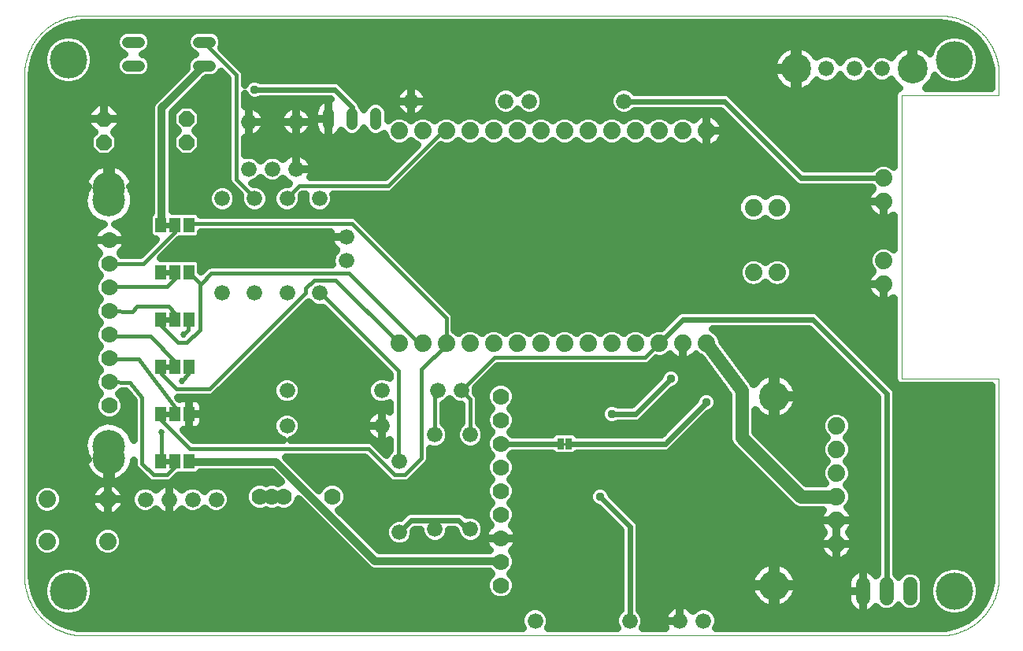
<source format=gbl>
G75*
%MOIN*%
%OFA0B0*%
%FSLAX25Y25*%
%IPPOS*%
%LPD*%
%AMOC8*
5,1,8,0,0,1.08239X$1,22.5*
%
%ADD10C,0.00000*%
%ADD11C,0.07000*%
%ADD12C,0.12661*%
%ADD13OC8,0.06600*%
%ADD14C,0.06000*%
%ADD15C,0.07400*%
%ADD16C,0.06600*%
%ADD17C,0.04800*%
%ADD18C,0.15811*%
%ADD19C,0.13843*%
%ADD20R,0.02500X0.05000*%
%ADD21R,0.04600X0.06300*%
%ADD22C,0.03200*%
%ADD23C,0.05600*%
%ADD24C,0.03762*%
%ADD25C,0.02400*%
%ADD26C,0.01000*%
%ADD27C,0.01600*%
%ADD28C,0.02700*%
D10*
X0033850Y0008850D02*
X0396350Y0008850D01*
X0396954Y0008857D01*
X0397558Y0008879D01*
X0398161Y0008916D01*
X0398763Y0008967D01*
X0399363Y0009032D01*
X0399962Y0009112D01*
X0400559Y0009207D01*
X0401153Y0009316D01*
X0401745Y0009439D01*
X0402333Y0009576D01*
X0402918Y0009728D01*
X0403499Y0009894D01*
X0404075Y0010074D01*
X0404648Y0010267D01*
X0405215Y0010475D01*
X0405777Y0010696D01*
X0406334Y0010930D01*
X0406885Y0011178D01*
X0407430Y0011439D01*
X0407968Y0011714D01*
X0408500Y0012001D01*
X0409024Y0012301D01*
X0409541Y0012613D01*
X0410050Y0012938D01*
X0410552Y0013275D01*
X0411045Y0013625D01*
X0411529Y0013986D01*
X0412005Y0014358D01*
X0412471Y0014742D01*
X0412928Y0015137D01*
X0413375Y0015543D01*
X0413813Y0015960D01*
X0414240Y0016387D01*
X0414657Y0016825D01*
X0415063Y0017272D01*
X0415458Y0017729D01*
X0415842Y0018195D01*
X0416214Y0018671D01*
X0416575Y0019155D01*
X0416925Y0019648D01*
X0417262Y0020150D01*
X0417587Y0020659D01*
X0417899Y0021176D01*
X0418199Y0021700D01*
X0418486Y0022232D01*
X0418761Y0022770D01*
X0419022Y0023315D01*
X0419270Y0023866D01*
X0419504Y0024423D01*
X0419725Y0024985D01*
X0419933Y0025552D01*
X0420126Y0026125D01*
X0420306Y0026701D01*
X0420472Y0027282D01*
X0420624Y0027867D01*
X0420761Y0028455D01*
X0420884Y0029047D01*
X0420993Y0029641D01*
X0421088Y0030238D01*
X0421168Y0030837D01*
X0421233Y0031437D01*
X0421284Y0032039D01*
X0421321Y0032642D01*
X0421343Y0033246D01*
X0421350Y0033850D01*
X0421350Y0117600D01*
X0380100Y0117600D01*
X0380100Y0237600D01*
X0421350Y0237600D01*
X0421350Y0246350D01*
X0421343Y0246954D01*
X0421321Y0247558D01*
X0421284Y0248161D01*
X0421233Y0248763D01*
X0421168Y0249363D01*
X0421088Y0249962D01*
X0420993Y0250559D01*
X0420884Y0251153D01*
X0420761Y0251745D01*
X0420624Y0252333D01*
X0420472Y0252918D01*
X0420306Y0253499D01*
X0420126Y0254075D01*
X0419933Y0254648D01*
X0419725Y0255215D01*
X0419504Y0255777D01*
X0419270Y0256334D01*
X0419022Y0256885D01*
X0418761Y0257430D01*
X0418486Y0257968D01*
X0418199Y0258500D01*
X0417899Y0259024D01*
X0417587Y0259541D01*
X0417262Y0260050D01*
X0416925Y0260552D01*
X0416575Y0261045D01*
X0416214Y0261529D01*
X0415842Y0262005D01*
X0415458Y0262471D01*
X0415063Y0262928D01*
X0414657Y0263375D01*
X0414240Y0263813D01*
X0413813Y0264240D01*
X0413375Y0264657D01*
X0412928Y0265063D01*
X0412471Y0265458D01*
X0412005Y0265842D01*
X0411529Y0266214D01*
X0411045Y0266575D01*
X0410552Y0266925D01*
X0410050Y0267262D01*
X0409541Y0267587D01*
X0409024Y0267899D01*
X0408500Y0268199D01*
X0407968Y0268486D01*
X0407430Y0268761D01*
X0406885Y0269022D01*
X0406334Y0269270D01*
X0405777Y0269504D01*
X0405215Y0269725D01*
X0404648Y0269933D01*
X0404075Y0270126D01*
X0403499Y0270306D01*
X0402918Y0270472D01*
X0402333Y0270624D01*
X0401745Y0270761D01*
X0401153Y0270884D01*
X0400559Y0270993D01*
X0399962Y0271088D01*
X0399363Y0271168D01*
X0398763Y0271233D01*
X0398161Y0271284D01*
X0397558Y0271321D01*
X0396954Y0271343D01*
X0396350Y0271350D01*
X0033850Y0271350D01*
X0033246Y0271343D01*
X0032642Y0271321D01*
X0032039Y0271284D01*
X0031437Y0271233D01*
X0030837Y0271168D01*
X0030238Y0271088D01*
X0029641Y0270993D01*
X0029047Y0270884D01*
X0028455Y0270761D01*
X0027867Y0270624D01*
X0027282Y0270472D01*
X0026701Y0270306D01*
X0026125Y0270126D01*
X0025552Y0269933D01*
X0024985Y0269725D01*
X0024423Y0269504D01*
X0023866Y0269270D01*
X0023315Y0269022D01*
X0022770Y0268761D01*
X0022232Y0268486D01*
X0021700Y0268199D01*
X0021176Y0267899D01*
X0020659Y0267587D01*
X0020150Y0267262D01*
X0019648Y0266925D01*
X0019155Y0266575D01*
X0018671Y0266214D01*
X0018195Y0265842D01*
X0017729Y0265458D01*
X0017272Y0265063D01*
X0016825Y0264657D01*
X0016387Y0264240D01*
X0015960Y0263813D01*
X0015543Y0263375D01*
X0015137Y0262928D01*
X0014742Y0262471D01*
X0014358Y0262005D01*
X0013986Y0261529D01*
X0013625Y0261045D01*
X0013275Y0260552D01*
X0012938Y0260050D01*
X0012613Y0259541D01*
X0012301Y0259024D01*
X0012001Y0258500D01*
X0011714Y0257968D01*
X0011439Y0257430D01*
X0011178Y0256885D01*
X0010930Y0256334D01*
X0010696Y0255777D01*
X0010475Y0255215D01*
X0010267Y0254648D01*
X0010074Y0254075D01*
X0009894Y0253499D01*
X0009728Y0252918D01*
X0009576Y0252333D01*
X0009439Y0251745D01*
X0009316Y0251153D01*
X0009207Y0250559D01*
X0009112Y0249962D01*
X0009032Y0249363D01*
X0008967Y0248763D01*
X0008916Y0248161D01*
X0008879Y0247558D01*
X0008857Y0246954D01*
X0008850Y0246350D01*
X0008850Y0033850D01*
X0008857Y0033246D01*
X0008879Y0032642D01*
X0008916Y0032039D01*
X0008967Y0031437D01*
X0009032Y0030837D01*
X0009112Y0030238D01*
X0009207Y0029641D01*
X0009316Y0029047D01*
X0009439Y0028455D01*
X0009576Y0027867D01*
X0009728Y0027282D01*
X0009894Y0026701D01*
X0010074Y0026125D01*
X0010267Y0025552D01*
X0010475Y0024985D01*
X0010696Y0024423D01*
X0010930Y0023866D01*
X0011178Y0023315D01*
X0011439Y0022770D01*
X0011714Y0022232D01*
X0012001Y0021700D01*
X0012301Y0021176D01*
X0012613Y0020659D01*
X0012938Y0020150D01*
X0013275Y0019648D01*
X0013625Y0019155D01*
X0013986Y0018671D01*
X0014358Y0018195D01*
X0014742Y0017729D01*
X0015137Y0017272D01*
X0015543Y0016825D01*
X0015960Y0016387D01*
X0016387Y0015960D01*
X0016825Y0015543D01*
X0017272Y0015137D01*
X0017729Y0014742D01*
X0018195Y0014358D01*
X0018671Y0013986D01*
X0019155Y0013625D01*
X0019648Y0013275D01*
X0020150Y0012938D01*
X0020659Y0012613D01*
X0021176Y0012301D01*
X0021700Y0012001D01*
X0022232Y0011714D01*
X0022770Y0011439D01*
X0023315Y0011178D01*
X0023866Y0010930D01*
X0024423Y0010696D01*
X0024985Y0010475D01*
X0025552Y0010267D01*
X0026125Y0010074D01*
X0026701Y0009894D01*
X0027282Y0009728D01*
X0027867Y0009576D01*
X0028455Y0009439D01*
X0029047Y0009316D01*
X0029641Y0009207D01*
X0030238Y0009112D01*
X0030837Y0009032D01*
X0031437Y0008967D01*
X0032039Y0008916D01*
X0032642Y0008879D01*
X0033246Y0008857D01*
X0033850Y0008850D01*
D11*
X0108555Y0067600D03*
X0113555Y0067600D03*
X0113555Y0067600D03*
X0118555Y0067600D03*
X0139145Y0067600D03*
X0210600Y0070100D03*
X0210600Y0080100D03*
X0210600Y0090100D03*
X0210600Y0100100D03*
X0210600Y0110100D03*
X0210600Y0060100D03*
X0210600Y0050100D03*
X0210600Y0040100D03*
X0210600Y0030100D03*
X0044923Y0106148D03*
X0044923Y0116148D03*
X0044923Y0126148D03*
X0044923Y0136148D03*
X0044923Y0146148D03*
X0044923Y0156148D03*
X0044923Y0166148D03*
X0044923Y0176148D03*
D12*
X0326163Y0110100D03*
X0326163Y0030100D03*
X0335494Y0248850D03*
X0384706Y0248850D03*
D13*
X0077600Y0227600D03*
X0077600Y0217600D03*
X0042600Y0217600D03*
X0042600Y0227600D03*
D14*
X0363850Y0030600D02*
X0363850Y0024600D01*
X0373850Y0024600D02*
X0373850Y0030600D01*
X0383850Y0030600D02*
X0383850Y0024600D01*
D15*
X0352600Y0047600D03*
X0352600Y0057600D03*
X0352600Y0067600D03*
X0352600Y0077600D03*
X0352600Y0087600D03*
X0352600Y0097600D03*
X0297600Y0132600D03*
X0287600Y0132600D03*
X0277600Y0132600D03*
X0267600Y0132600D03*
X0257600Y0132600D03*
X0247600Y0132600D03*
X0237600Y0132600D03*
X0227600Y0132600D03*
X0217600Y0132600D03*
X0207600Y0132600D03*
X0197600Y0132600D03*
X0187600Y0132600D03*
X0177600Y0132600D03*
X0167600Y0132600D03*
X0044150Y0066500D03*
X0044150Y0048700D03*
X0018550Y0048700D03*
X0018550Y0066500D03*
X0167600Y0222600D03*
X0177600Y0222600D03*
X0187600Y0222600D03*
X0197600Y0222600D03*
X0207600Y0222600D03*
X0217600Y0222600D03*
X0227600Y0222600D03*
X0237600Y0222600D03*
X0247600Y0222600D03*
X0257600Y0222600D03*
X0267600Y0222600D03*
X0277600Y0222600D03*
X0287600Y0222600D03*
X0297600Y0222600D03*
X0317600Y0190100D03*
X0327600Y0190100D03*
X0327600Y0162600D03*
X0317600Y0162600D03*
X0372600Y0157600D03*
X0372600Y0167600D03*
X0372600Y0192600D03*
X0372600Y0202600D03*
D16*
X0371911Y0248850D03*
X0360100Y0248850D03*
X0348289Y0248850D03*
X0262600Y0235100D03*
X0222600Y0235100D03*
X0212600Y0235100D03*
X0172600Y0235100D03*
X0123850Y0226350D03*
X0103850Y0226350D03*
X0103850Y0206350D03*
X0113850Y0206350D03*
X0123850Y0206350D03*
X0120100Y0193850D03*
X0106350Y0193850D03*
X0092600Y0193850D03*
X0133850Y0193850D03*
X0145100Y0177600D03*
X0145100Y0167600D03*
X0133850Y0153850D03*
X0120100Y0153850D03*
X0106350Y0153850D03*
X0092600Y0153850D03*
X0120100Y0112600D03*
X0120100Y0097600D03*
X0160100Y0097600D03*
X0167600Y0082600D03*
X0182600Y0093850D03*
X0197600Y0093850D03*
X0193850Y0112600D03*
X0183850Y0112600D03*
X0160100Y0112600D03*
X0090100Y0066350D03*
X0080100Y0066350D03*
X0070100Y0066350D03*
X0060100Y0066350D03*
X0167600Y0052600D03*
X0182600Y0053850D03*
X0197600Y0053850D03*
X0225100Y0015100D03*
X0265100Y0015100D03*
X0286350Y0015100D03*
X0296350Y0015100D03*
D17*
X0157600Y0225200D02*
X0157600Y0230000D01*
X0147600Y0230000D02*
X0147600Y0225200D01*
X0137600Y0225200D02*
X0137600Y0230000D01*
X0087500Y0250100D02*
X0082700Y0250100D01*
X0082700Y0260100D02*
X0087500Y0260100D01*
X0057500Y0260100D02*
X0052700Y0260100D01*
X0052700Y0250100D02*
X0057500Y0250100D01*
D18*
X0027600Y0252600D03*
X0027600Y0027600D03*
X0402600Y0027600D03*
X0402600Y0252600D03*
D19*
X0044647Y0198234D03*
X0044600Y0193200D03*
X0044700Y0089100D03*
X0044647Y0084061D03*
D20*
X0235978Y0090100D03*
X0239222Y0090100D03*
D21*
X0078600Y0082600D03*
X0072600Y0082600D03*
X0066600Y0082600D03*
X0066600Y0102600D03*
X0072600Y0102600D03*
X0078600Y0102600D03*
X0078600Y0122600D03*
X0072600Y0122600D03*
X0066600Y0122600D03*
X0066600Y0142600D03*
X0072600Y0142600D03*
X0078600Y0142600D03*
X0078600Y0162600D03*
X0072600Y0162600D03*
X0066600Y0162600D03*
X0066600Y0182600D03*
X0072600Y0182600D03*
X0078600Y0182600D03*
D22*
X0018364Y0018364D02*
X0022198Y0015307D01*
X0026617Y0013179D01*
X0031398Y0012088D01*
X0033850Y0011950D01*
X0219802Y0011950D01*
X0219000Y0013887D01*
X0219000Y0016313D01*
X0219929Y0018555D01*
X0221645Y0020271D01*
X0223887Y0021200D01*
X0226313Y0021200D01*
X0228555Y0020271D01*
X0230271Y0018555D01*
X0231200Y0016313D01*
X0231200Y0013887D01*
X0230398Y0011950D01*
X0259802Y0011950D01*
X0259000Y0013887D01*
X0259000Y0016313D01*
X0259929Y0018555D01*
X0261100Y0019727D01*
X0261100Y0053443D01*
X0251593Y0062950D01*
X0249948Y0063632D01*
X0248632Y0064948D01*
X0247919Y0066669D01*
X0247919Y0068531D01*
X0248632Y0070252D01*
X0249948Y0071568D01*
X0251669Y0072281D01*
X0253531Y0072281D01*
X0255252Y0071568D01*
X0256568Y0070252D01*
X0257250Y0068607D01*
X0268491Y0057366D01*
X0269100Y0055896D01*
X0269100Y0019727D01*
X0270271Y0018555D01*
X0271200Y0016313D01*
X0271200Y0013887D01*
X0270398Y0011950D01*
X0280201Y0011950D01*
X0280148Y0012042D01*
X0279802Y0012877D01*
X0279568Y0013751D01*
X0279450Y0014648D01*
X0279450Y0015100D01*
X0286350Y0015100D01*
X0286350Y0015100D01*
X0286350Y0022000D01*
X0286802Y0022000D01*
X0287699Y0021882D01*
X0288573Y0021648D01*
X0289408Y0021302D01*
X0290192Y0020849D01*
X0290909Y0020299D01*
X0291549Y0019659D01*
X0291867Y0019244D01*
X0292895Y0020271D01*
X0295137Y0021200D01*
X0297563Y0021200D01*
X0299805Y0020271D01*
X0301521Y0018555D01*
X0302450Y0016313D01*
X0302450Y0013887D01*
X0301648Y0011950D01*
X0396350Y0011950D01*
X0398802Y0012088D01*
X0403583Y0013179D01*
X0408002Y0015307D01*
X0411836Y0018364D01*
X0414893Y0022198D01*
X0417021Y0026617D01*
X0418112Y0031398D01*
X0418250Y0033850D01*
X0418250Y0114500D01*
X0379483Y0114500D01*
X0378344Y0114972D01*
X0377472Y0115844D01*
X0377000Y0116983D01*
X0377000Y0151775D01*
X0376664Y0151517D01*
X0375836Y0151039D01*
X0374952Y0150673D01*
X0374027Y0150425D01*
X0373078Y0150300D01*
X0372600Y0150300D01*
X0372600Y0157600D01*
X0372600Y0157600D01*
X0372600Y0157600D01*
X0365300Y0157600D01*
X0365300Y0158078D01*
X0365425Y0159027D01*
X0365673Y0159952D01*
X0366039Y0160836D01*
X0366517Y0161664D01*
X0367100Y0162424D01*
X0367776Y0163100D01*
X0367851Y0163157D01*
X0367090Y0163918D01*
X0366100Y0166307D01*
X0366100Y0168893D01*
X0367090Y0171282D01*
X0368918Y0173110D01*
X0371307Y0174100D01*
X0373893Y0174100D01*
X0376282Y0173110D01*
X0377000Y0172392D01*
X0377000Y0186775D01*
X0376664Y0186517D01*
X0375836Y0186039D01*
X0374952Y0185673D01*
X0374027Y0185425D01*
X0373078Y0185300D01*
X0372600Y0185300D01*
X0372600Y0192600D01*
X0372600Y0192600D01*
X0372600Y0192600D01*
X0365300Y0192600D01*
X0365300Y0193078D01*
X0365425Y0194027D01*
X0365673Y0194952D01*
X0366039Y0195836D01*
X0366517Y0196664D01*
X0367100Y0197424D01*
X0367776Y0198100D01*
X0367851Y0198157D01*
X0367408Y0198600D01*
X0336804Y0198600D01*
X0335334Y0199209D01*
X0334209Y0200334D01*
X0303443Y0231100D01*
X0267227Y0231100D01*
X0266055Y0229929D01*
X0263813Y0229000D01*
X0261387Y0229000D01*
X0259145Y0229929D01*
X0257429Y0231645D01*
X0256500Y0233887D01*
X0256500Y0236313D01*
X0257429Y0238555D01*
X0259145Y0240271D01*
X0261387Y0241200D01*
X0263813Y0241200D01*
X0266055Y0240271D01*
X0267227Y0239100D01*
X0305896Y0239100D01*
X0307366Y0238491D01*
X0339257Y0206600D01*
X0367408Y0206600D01*
X0368918Y0208110D01*
X0371307Y0209100D01*
X0373893Y0209100D01*
X0376282Y0208110D01*
X0377000Y0207392D01*
X0377000Y0238217D01*
X0377472Y0239356D01*
X0378344Y0240228D01*
X0379199Y0240582D01*
X0378951Y0240738D01*
X0378079Y0241434D01*
X0377290Y0242222D01*
X0376594Y0243094D01*
X0376001Y0244039D01*
X0375912Y0244224D01*
X0375366Y0243679D01*
X0373124Y0242750D01*
X0370698Y0242750D01*
X0368456Y0243679D01*
X0366740Y0245395D01*
X0366222Y0246644D01*
X0365610Y0245168D01*
X0363782Y0243340D01*
X0361393Y0242350D01*
X0358807Y0242350D01*
X0356418Y0243340D01*
X0354590Y0245168D01*
X0354194Y0246122D01*
X0353799Y0245168D01*
X0351971Y0243340D01*
X0349582Y0242350D01*
X0346996Y0242350D01*
X0344607Y0243340D01*
X0344087Y0243860D01*
X0343606Y0243094D01*
X0342910Y0242222D01*
X0342121Y0241434D01*
X0341249Y0240738D01*
X0340305Y0240145D01*
X0339300Y0239661D01*
X0338247Y0239292D01*
X0337160Y0239044D01*
X0336059Y0238920D01*
X0336059Y0248285D01*
X0334928Y0248285D01*
X0325564Y0248285D01*
X0325688Y0247184D01*
X0325936Y0246096D01*
X0326304Y0245044D01*
X0326788Y0244039D01*
X0327382Y0243094D01*
X0328077Y0242222D01*
X0328866Y0241434D01*
X0329738Y0240738D01*
X0330682Y0240145D01*
X0331687Y0239661D01*
X0332740Y0239292D01*
X0333828Y0239044D01*
X0334928Y0238920D01*
X0334928Y0248285D01*
X0334928Y0249415D01*
X0325564Y0249415D01*
X0325688Y0250516D01*
X0325936Y0251604D01*
X0326304Y0252656D01*
X0326788Y0253661D01*
X0327382Y0254606D01*
X0328077Y0255478D01*
X0328866Y0256266D01*
X0329738Y0256962D01*
X0330682Y0257555D01*
X0331687Y0258039D01*
X0332740Y0258408D01*
X0333828Y0258656D01*
X0334928Y0258780D01*
X0334928Y0249415D01*
X0336059Y0249415D01*
X0336059Y0258780D01*
X0337160Y0258656D01*
X0338247Y0258408D01*
X0339300Y0258039D01*
X0340305Y0257555D01*
X0341249Y0256962D01*
X0342121Y0256266D01*
X0342910Y0255478D01*
X0343606Y0254606D01*
X0344087Y0253840D01*
X0344607Y0254360D01*
X0346996Y0255350D01*
X0349582Y0255350D01*
X0351971Y0254360D01*
X0353799Y0252532D01*
X0354194Y0251578D01*
X0354590Y0252532D01*
X0356418Y0254360D01*
X0358807Y0255350D01*
X0361393Y0255350D01*
X0363782Y0254360D01*
X0365610Y0252532D01*
X0366222Y0251055D01*
X0366740Y0252305D01*
X0368456Y0254021D01*
X0370698Y0254950D01*
X0373124Y0254950D01*
X0375366Y0254021D01*
X0375912Y0253476D01*
X0376001Y0253661D01*
X0376594Y0254606D01*
X0377290Y0255478D01*
X0378079Y0256266D01*
X0378951Y0256962D01*
X0379895Y0257555D01*
X0380900Y0258039D01*
X0381953Y0258408D01*
X0383040Y0258656D01*
X0384141Y0258780D01*
X0384141Y0249415D01*
X0385272Y0249415D01*
X0385272Y0258780D01*
X0386372Y0258656D01*
X0387460Y0258408D01*
X0388513Y0258039D01*
X0389518Y0257555D01*
X0390462Y0256962D01*
X0391334Y0256266D01*
X0392123Y0255478D01*
X0392246Y0255323D01*
X0392624Y0256732D01*
X0394033Y0259173D01*
X0394619Y0259759D01*
X0394665Y0259833D01*
X0394781Y0259921D01*
X0396027Y0261167D01*
X0397742Y0262157D01*
X0397814Y0262211D01*
X0397858Y0262224D01*
X0398468Y0262576D01*
X0401191Y0263305D01*
X0404009Y0263305D01*
X0405360Y0262944D01*
X0405538Y0262927D01*
X0405674Y0262859D01*
X0406732Y0262576D01*
X0409173Y0261167D01*
X0411167Y0259173D01*
X0411646Y0258344D01*
X0411729Y0258252D01*
X0411791Y0258092D01*
X0412576Y0256732D01*
X0413305Y0254009D01*
X0413305Y0251191D01*
X0412576Y0248468D01*
X0411791Y0247108D01*
X0411729Y0246948D01*
X0411646Y0246856D01*
X0411167Y0246027D01*
X0409173Y0244033D01*
X0406732Y0242624D01*
X0405674Y0242341D01*
X0405538Y0242273D01*
X0405360Y0242256D01*
X0404009Y0241894D01*
X0401191Y0241894D01*
X0398468Y0242624D01*
X0397858Y0242976D01*
X0397814Y0242989D01*
X0397742Y0243043D01*
X0396027Y0244033D01*
X0394781Y0245279D01*
X0394665Y0245367D01*
X0394619Y0245441D01*
X0394186Y0245874D01*
X0393896Y0245044D01*
X0393412Y0244039D01*
X0392818Y0243094D01*
X0392123Y0242222D01*
X0391334Y0241434D01*
X0390462Y0240738D01*
X0390401Y0240700D01*
X0418250Y0240700D01*
X0418250Y0246350D01*
X0418112Y0248802D01*
X0417021Y0253583D01*
X0414893Y0258002D01*
X0411836Y0261836D01*
X0408002Y0264893D01*
X0403583Y0267021D01*
X0398802Y0268112D01*
X0396350Y0268250D01*
X0033850Y0268250D01*
X0031398Y0268112D01*
X0026617Y0267021D01*
X0022198Y0264893D01*
X0018364Y0261836D01*
X0015307Y0258002D01*
X0013179Y0253583D01*
X0012088Y0248802D01*
X0011950Y0246350D01*
X0011950Y0033850D01*
X0012088Y0031398D01*
X0013179Y0026617D01*
X0015307Y0022198D01*
X0018364Y0018364D01*
X0018182Y0018593D02*
X0021790Y0018593D01*
X0021027Y0019033D02*
X0022742Y0018043D01*
X0022814Y0017989D01*
X0022858Y0017976D01*
X0023468Y0017624D01*
X0026191Y0016894D01*
X0029009Y0016894D01*
X0030360Y0017256D01*
X0030538Y0017273D01*
X0030674Y0017341D01*
X0031732Y0017624D01*
X0034173Y0019033D01*
X0036167Y0021027D01*
X0036646Y0021856D01*
X0036729Y0021948D01*
X0036791Y0022108D01*
X0037576Y0023468D01*
X0038305Y0026191D01*
X0038305Y0029009D01*
X0037576Y0031732D01*
X0036791Y0033092D01*
X0036729Y0033252D01*
X0036646Y0033344D01*
X0036167Y0034173D01*
X0034173Y0036167D01*
X0031732Y0037576D01*
X0030674Y0037859D01*
X0030538Y0037927D01*
X0030360Y0037944D01*
X0029009Y0038305D01*
X0026191Y0038305D01*
X0023468Y0037576D01*
X0022858Y0037224D01*
X0022814Y0037211D01*
X0022742Y0037157D01*
X0021027Y0036167D01*
X0019781Y0034921D01*
X0019665Y0034833D01*
X0019619Y0034759D01*
X0019033Y0034173D01*
X0017624Y0031732D01*
X0016894Y0029009D01*
X0016894Y0027768D01*
X0016863Y0027600D01*
X0016894Y0027432D01*
X0016894Y0026191D01*
X0017624Y0023468D01*
X0019033Y0021027D01*
X0019619Y0020441D01*
X0019665Y0020367D01*
X0019781Y0020279D01*
X0021027Y0019033D01*
X0018592Y0021791D02*
X0015632Y0021791D01*
X0017216Y0024990D02*
X0013963Y0024990D01*
X0012820Y0028188D02*
X0016894Y0028188D01*
X0017531Y0031387D02*
X0012090Y0031387D01*
X0011950Y0034585D02*
X0019445Y0034585D01*
X0024243Y0037784D02*
X0011950Y0037784D01*
X0011950Y0040982D02*
X0150495Y0040982D01*
X0153570Y0037908D02*
X0154808Y0036670D01*
X0156425Y0036000D01*
X0205790Y0036000D01*
X0206690Y0035100D01*
X0205259Y0033669D01*
X0204300Y0031353D01*
X0204300Y0028847D01*
X0205259Y0026531D01*
X0207031Y0024759D01*
X0209347Y0023800D01*
X0211853Y0023800D01*
X0214169Y0024759D01*
X0215941Y0026531D01*
X0216900Y0028847D01*
X0216900Y0031353D01*
X0215941Y0033669D01*
X0214510Y0035100D01*
X0215941Y0036531D01*
X0216900Y0038847D01*
X0216900Y0041353D01*
X0215941Y0043669D01*
X0215047Y0044563D01*
X0215291Y0044750D01*
X0215950Y0045409D01*
X0216516Y0046147D01*
X0216981Y0046953D01*
X0217338Y0047813D01*
X0217579Y0048712D01*
X0217700Y0049635D01*
X0217700Y0050100D01*
X0217700Y0050565D01*
X0217579Y0051488D01*
X0217338Y0052387D01*
X0216981Y0053247D01*
X0216516Y0054053D01*
X0215950Y0054791D01*
X0215291Y0055450D01*
X0215047Y0055637D01*
X0215941Y0056531D01*
X0216900Y0058847D01*
X0216900Y0061353D01*
X0215941Y0063669D01*
X0214510Y0065100D01*
X0215941Y0066531D01*
X0216900Y0068847D01*
X0216900Y0071353D01*
X0215941Y0073669D01*
X0214510Y0075100D01*
X0215941Y0076531D01*
X0216900Y0078847D01*
X0216900Y0081353D01*
X0215941Y0083669D01*
X0214510Y0085100D01*
X0215510Y0086100D01*
X0232319Y0086100D01*
X0232355Y0086014D01*
X0233142Y0085226D01*
X0234171Y0084800D01*
X0241029Y0084800D01*
X0242058Y0085226D01*
X0242845Y0086014D01*
X0242881Y0086100D01*
X0280896Y0086100D01*
X0282366Y0086709D01*
X0298607Y0102950D01*
X0300252Y0103632D01*
X0301568Y0104948D01*
X0302281Y0106669D01*
X0302281Y0108531D01*
X0301568Y0110252D01*
X0300252Y0111568D01*
X0298531Y0112281D01*
X0296669Y0112281D01*
X0294948Y0111568D01*
X0293632Y0110252D01*
X0292950Y0108607D01*
X0278443Y0094100D01*
X0242881Y0094100D01*
X0242845Y0094186D01*
X0242058Y0094974D01*
X0241029Y0095400D01*
X0234171Y0095400D01*
X0233142Y0094974D01*
X0232355Y0094186D01*
X0232319Y0094100D01*
X0215510Y0094100D01*
X0214510Y0095100D01*
X0215941Y0096531D01*
X0216900Y0098847D01*
X0216900Y0101353D01*
X0215941Y0103669D01*
X0214510Y0105100D01*
X0215941Y0106531D01*
X0216900Y0108847D01*
X0216900Y0111353D01*
X0215941Y0113669D01*
X0214169Y0115441D01*
X0211853Y0116400D01*
X0209347Y0116400D01*
X0207031Y0115441D01*
X0205259Y0113669D01*
X0204300Y0111353D01*
X0204300Y0108847D01*
X0205259Y0106531D01*
X0206690Y0105100D01*
X0205259Y0103669D01*
X0204300Y0101353D01*
X0204300Y0098847D01*
X0205259Y0096531D01*
X0206690Y0095100D01*
X0205259Y0093669D01*
X0204300Y0091353D01*
X0204300Y0088847D01*
X0205259Y0086531D01*
X0206690Y0085100D01*
X0205259Y0083669D01*
X0204300Y0081353D01*
X0204300Y0078847D01*
X0205259Y0076531D01*
X0206690Y0075100D01*
X0205259Y0073669D01*
X0204300Y0071353D01*
X0204300Y0068847D01*
X0205259Y0066531D01*
X0206690Y0065100D01*
X0205259Y0063669D01*
X0204300Y0061353D01*
X0204300Y0058847D01*
X0205259Y0056531D01*
X0206153Y0055637D01*
X0205909Y0055450D01*
X0205250Y0054791D01*
X0204684Y0054053D01*
X0204219Y0053247D01*
X0203862Y0052387D01*
X0203621Y0051488D01*
X0203500Y0050565D01*
X0203500Y0050100D01*
X0210600Y0050100D01*
X0217700Y0050100D01*
X0210600Y0050100D01*
X0210600Y0050100D01*
X0210600Y0050100D01*
X0203500Y0050100D01*
X0203500Y0049635D01*
X0203621Y0048712D01*
X0203862Y0047813D01*
X0204219Y0046953D01*
X0204684Y0046147D01*
X0205250Y0045409D01*
X0205859Y0044800D01*
X0159123Y0044800D01*
X0141971Y0061951D01*
X0142714Y0062259D01*
X0144486Y0064031D01*
X0145445Y0066347D01*
X0145445Y0068853D01*
X0144486Y0071169D01*
X0142714Y0072941D01*
X0140398Y0073900D01*
X0137892Y0073900D01*
X0135577Y0072941D01*
X0133804Y0071169D01*
X0133497Y0070426D01*
X0119523Y0084400D01*
X0153009Y0084400D01*
X0163661Y0073748D01*
X0164984Y0073200D01*
X0170616Y0073200D01*
X0171939Y0073748D01*
X0178939Y0080748D01*
X0178939Y0080748D01*
X0179952Y0081761D01*
X0180500Y0083084D01*
X0180500Y0088117D01*
X0181387Y0087750D01*
X0183813Y0087750D01*
X0186055Y0088679D01*
X0187771Y0090395D01*
X0188700Y0092637D01*
X0188700Y0095063D01*
X0187771Y0097305D01*
X0186200Y0098877D01*
X0186200Y0106971D01*
X0187305Y0107429D01*
X0188850Y0108973D01*
X0190395Y0107429D01*
X0192637Y0106500D01*
X0194000Y0106500D01*
X0194000Y0098877D01*
X0192429Y0097305D01*
X0191500Y0095063D01*
X0191500Y0092637D01*
X0192429Y0090395D01*
X0194145Y0088679D01*
X0196387Y0087750D01*
X0198813Y0087750D01*
X0201055Y0088679D01*
X0202771Y0090395D01*
X0203700Y0092637D01*
X0203700Y0095063D01*
X0202771Y0097305D01*
X0201200Y0098877D01*
X0201200Y0109566D01*
X0200652Y0110889D01*
X0199950Y0111591D01*
X0199950Y0113609D01*
X0209241Y0122900D01*
X0272116Y0122900D01*
X0273439Y0123448D01*
X0276154Y0126163D01*
X0276307Y0126100D01*
X0278893Y0126100D01*
X0281282Y0127090D01*
X0282043Y0127851D01*
X0282100Y0127776D01*
X0282776Y0127100D01*
X0283536Y0126517D01*
X0284364Y0126039D01*
X0285248Y0125673D01*
X0286173Y0125425D01*
X0287122Y0125300D01*
X0287600Y0125300D01*
X0288078Y0125300D01*
X0289027Y0125425D01*
X0289952Y0125673D01*
X0290836Y0126039D01*
X0291664Y0126517D01*
X0292424Y0127100D01*
X0293100Y0127776D01*
X0293157Y0127851D01*
X0293918Y0127090D01*
X0295100Y0126600D01*
X0307000Y0110733D01*
X0307000Y0091486D01*
X0307853Y0089428D01*
X0332853Y0064428D01*
X0334428Y0062853D01*
X0336486Y0062000D01*
X0346775Y0062000D01*
X0346517Y0061664D01*
X0346039Y0060836D01*
X0345673Y0059952D01*
X0345425Y0059027D01*
X0345300Y0058078D01*
X0345300Y0057600D01*
X0352600Y0057600D01*
X0359900Y0057600D01*
X0359900Y0058078D01*
X0359775Y0059027D01*
X0359527Y0059952D01*
X0359161Y0060836D01*
X0358683Y0061664D01*
X0358100Y0062424D01*
X0357424Y0063100D01*
X0357349Y0063157D01*
X0358110Y0063918D01*
X0359100Y0066307D01*
X0359100Y0068893D01*
X0358110Y0071282D01*
X0356792Y0072600D01*
X0358110Y0073918D01*
X0359100Y0076307D01*
X0359100Y0078893D01*
X0358110Y0081282D01*
X0356792Y0082600D01*
X0358110Y0083918D01*
X0359100Y0086307D01*
X0359100Y0088893D01*
X0358110Y0091282D01*
X0356792Y0092600D01*
X0358110Y0093918D01*
X0359100Y0096307D01*
X0359100Y0098893D01*
X0358110Y0101282D01*
X0356282Y0103110D01*
X0353893Y0104100D01*
X0351307Y0104100D01*
X0348918Y0103110D01*
X0347090Y0101282D01*
X0346100Y0098893D01*
X0346100Y0096307D01*
X0347090Y0093918D01*
X0348408Y0092600D01*
X0347090Y0091282D01*
X0346100Y0088893D01*
X0346100Y0086307D01*
X0347090Y0083918D01*
X0348408Y0082600D01*
X0347090Y0081282D01*
X0346100Y0078893D01*
X0346100Y0076307D01*
X0347090Y0073918D01*
X0347808Y0073200D01*
X0339920Y0073200D01*
X0318200Y0094920D01*
X0318200Y0104158D01*
X0318747Y0103472D01*
X0319535Y0102684D01*
X0320407Y0101988D01*
X0321352Y0101395D01*
X0322357Y0100911D01*
X0323409Y0100542D01*
X0324497Y0100294D01*
X0325598Y0100170D01*
X0325598Y0109535D01*
X0326728Y0109535D01*
X0326728Y0110665D01*
X0325598Y0110665D01*
X0325598Y0120030D01*
X0324497Y0119906D01*
X0323409Y0119658D01*
X0322357Y0119289D01*
X0321352Y0118805D01*
X0320407Y0118212D01*
X0319535Y0117516D01*
X0318747Y0116728D01*
X0318051Y0115856D01*
X0317644Y0115208D01*
X0317504Y0115395D01*
X0317347Y0115772D01*
X0316841Y0116278D01*
X0304100Y0133267D01*
X0304100Y0133893D01*
X0303110Y0136282D01*
X0301282Y0138110D01*
X0300100Y0138600D01*
X0340943Y0138600D01*
X0369850Y0109693D01*
X0369850Y0034802D01*
X0369338Y0034290D01*
X0368823Y0034961D01*
X0368211Y0035573D01*
X0367525Y0036099D01*
X0366775Y0036532D01*
X0365976Y0036863D01*
X0365140Y0037087D01*
X0364283Y0037200D01*
X0363850Y0037200D01*
X0363850Y0027600D01*
X0363850Y0027600D01*
X0363850Y0018000D01*
X0364283Y0018000D01*
X0365140Y0018113D01*
X0365976Y0018337D01*
X0366775Y0018668D01*
X0367525Y0019101D01*
X0368211Y0019627D01*
X0368823Y0020239D01*
X0369338Y0020910D01*
X0370565Y0019683D01*
X0372696Y0018800D01*
X0375004Y0018800D01*
X0377135Y0019683D01*
X0378767Y0021315D01*
X0378850Y0021515D01*
X0378933Y0021315D01*
X0380565Y0019683D01*
X0382696Y0018800D01*
X0385004Y0018800D01*
X0387135Y0019683D01*
X0388767Y0021315D01*
X0389650Y0023446D01*
X0389650Y0031754D01*
X0388767Y0033885D01*
X0387135Y0035517D01*
X0385004Y0036400D01*
X0382696Y0036400D01*
X0380565Y0035517D01*
X0378933Y0033885D01*
X0378850Y0033685D01*
X0378767Y0033885D01*
X0377850Y0034802D01*
X0377850Y0112146D01*
X0377241Y0113616D01*
X0345991Y0144866D01*
X0344866Y0145991D01*
X0343396Y0146600D01*
X0286804Y0146600D01*
X0285334Y0145991D01*
X0278443Y0139100D01*
X0276307Y0139100D01*
X0273918Y0138110D01*
X0272600Y0136792D01*
X0271282Y0138110D01*
X0268893Y0139100D01*
X0266307Y0139100D01*
X0263918Y0138110D01*
X0262600Y0136792D01*
X0261282Y0138110D01*
X0258893Y0139100D01*
X0256307Y0139100D01*
X0253918Y0138110D01*
X0252600Y0136792D01*
X0251282Y0138110D01*
X0248893Y0139100D01*
X0246307Y0139100D01*
X0243918Y0138110D01*
X0242600Y0136792D01*
X0241282Y0138110D01*
X0238893Y0139100D01*
X0236307Y0139100D01*
X0233918Y0138110D01*
X0232600Y0136792D01*
X0231282Y0138110D01*
X0228893Y0139100D01*
X0226307Y0139100D01*
X0223918Y0138110D01*
X0222600Y0136792D01*
X0221282Y0138110D01*
X0218893Y0139100D01*
X0216307Y0139100D01*
X0213918Y0138110D01*
X0212600Y0136792D01*
X0211282Y0138110D01*
X0208893Y0139100D01*
X0206307Y0139100D01*
X0203918Y0138110D01*
X0202600Y0136792D01*
X0201282Y0138110D01*
X0198893Y0139100D01*
X0196307Y0139100D01*
X0193918Y0138110D01*
X0192600Y0136792D01*
X0191282Y0138110D01*
X0191000Y0138227D01*
X0191000Y0144016D01*
X0190452Y0145339D01*
X0189439Y0146352D01*
X0149539Y0186252D01*
X0148216Y0186800D01*
X0083496Y0186800D01*
X0083274Y0187336D01*
X0082486Y0188124D01*
X0081457Y0188550D01*
X0075743Y0188550D01*
X0075600Y0188491D01*
X0075457Y0188550D01*
X0071400Y0188550D01*
X0071400Y0230377D01*
X0085923Y0244900D01*
X0088534Y0244900D01*
X0090446Y0245692D01*
X0091908Y0247154D01*
X0092068Y0247541D01*
X0094900Y0244709D01*
X0094900Y0201384D01*
X0095448Y0200061D01*
X0100307Y0195202D01*
X0100250Y0195063D01*
X0100250Y0192637D01*
X0101179Y0190395D01*
X0102895Y0188679D01*
X0105137Y0187750D01*
X0107563Y0187750D01*
X0109805Y0188679D01*
X0111521Y0190395D01*
X0112450Y0192637D01*
X0112450Y0195063D01*
X0111521Y0197305D01*
X0109805Y0199021D01*
X0107563Y0199950D01*
X0105741Y0199950D01*
X0105330Y0200361D01*
X0107305Y0201179D01*
X0108850Y0202723D01*
X0110395Y0201179D01*
X0112637Y0200250D01*
X0115063Y0200250D01*
X0117305Y0201179D01*
X0118333Y0202206D01*
X0118651Y0201791D01*
X0119291Y0201151D01*
X0120008Y0200601D01*
X0120792Y0200148D01*
X0120838Y0200129D01*
X0120659Y0199950D01*
X0118887Y0199950D01*
X0116645Y0199021D01*
X0114929Y0197305D01*
X0114000Y0195063D01*
X0114000Y0192637D01*
X0114929Y0190395D01*
X0116645Y0188679D01*
X0118887Y0187750D01*
X0121313Y0187750D01*
X0123555Y0188679D01*
X0125271Y0190395D01*
X0126200Y0192637D01*
X0126200Y0195063D01*
X0126128Y0195237D01*
X0126591Y0195700D01*
X0128014Y0195700D01*
X0127750Y0195063D01*
X0127750Y0192637D01*
X0128679Y0190395D01*
X0130395Y0188679D01*
X0132637Y0187750D01*
X0135063Y0187750D01*
X0137305Y0188679D01*
X0139021Y0190395D01*
X0139950Y0192637D01*
X0139950Y0195063D01*
X0139686Y0195700D01*
X0163616Y0195700D01*
X0164939Y0196248D01*
X0165952Y0197261D01*
X0185235Y0216544D01*
X0186307Y0216100D01*
X0188893Y0216100D01*
X0191282Y0217090D01*
X0192600Y0218408D01*
X0193918Y0217090D01*
X0196307Y0216100D01*
X0198893Y0216100D01*
X0201282Y0217090D01*
X0202600Y0218408D01*
X0203918Y0217090D01*
X0206307Y0216100D01*
X0208893Y0216100D01*
X0211282Y0217090D01*
X0212600Y0218408D01*
X0213918Y0217090D01*
X0216307Y0216100D01*
X0218893Y0216100D01*
X0221282Y0217090D01*
X0222600Y0218408D01*
X0223918Y0217090D01*
X0226307Y0216100D01*
X0228893Y0216100D01*
X0231282Y0217090D01*
X0232600Y0218408D01*
X0233918Y0217090D01*
X0236307Y0216100D01*
X0238893Y0216100D01*
X0241282Y0217090D01*
X0242600Y0218408D01*
X0243918Y0217090D01*
X0246307Y0216100D01*
X0248893Y0216100D01*
X0251282Y0217090D01*
X0252600Y0218408D01*
X0253918Y0217090D01*
X0256307Y0216100D01*
X0258893Y0216100D01*
X0261282Y0217090D01*
X0262600Y0218408D01*
X0263918Y0217090D01*
X0266307Y0216100D01*
X0268893Y0216100D01*
X0271282Y0217090D01*
X0272600Y0218408D01*
X0273918Y0217090D01*
X0276307Y0216100D01*
X0278893Y0216100D01*
X0281282Y0217090D01*
X0282600Y0218408D01*
X0283918Y0217090D01*
X0286307Y0216100D01*
X0288893Y0216100D01*
X0291282Y0217090D01*
X0292043Y0217851D01*
X0292100Y0217776D01*
X0292776Y0217100D01*
X0293536Y0216517D01*
X0294364Y0216039D01*
X0295248Y0215673D01*
X0296173Y0215425D01*
X0297122Y0215300D01*
X0297600Y0215300D01*
X0298078Y0215300D01*
X0299027Y0215425D01*
X0299952Y0215673D01*
X0300836Y0216039D01*
X0301664Y0216517D01*
X0302424Y0217100D01*
X0303100Y0217776D01*
X0303683Y0218536D01*
X0304161Y0219364D01*
X0304527Y0220248D01*
X0304775Y0221173D01*
X0304900Y0222122D01*
X0304900Y0222600D01*
X0304900Y0223078D01*
X0304775Y0224027D01*
X0304527Y0224952D01*
X0304161Y0225836D01*
X0303683Y0226664D01*
X0303100Y0227424D01*
X0302424Y0228100D01*
X0301664Y0228683D01*
X0300836Y0229161D01*
X0299952Y0229527D01*
X0299027Y0229775D01*
X0298078Y0229900D01*
X0297600Y0229900D01*
X0297600Y0222600D01*
X0297600Y0222600D01*
X0304900Y0222600D01*
X0297600Y0222600D01*
X0297600Y0222600D01*
X0297600Y0229900D01*
X0297122Y0229900D01*
X0296173Y0229775D01*
X0295248Y0229527D01*
X0294364Y0229161D01*
X0293536Y0228683D01*
X0292776Y0228100D01*
X0292100Y0227424D01*
X0292043Y0227349D01*
X0291282Y0228110D01*
X0288893Y0229100D01*
X0286307Y0229100D01*
X0283918Y0228110D01*
X0282600Y0226792D01*
X0281282Y0228110D01*
X0278893Y0229100D01*
X0276307Y0229100D01*
X0273918Y0228110D01*
X0272600Y0226792D01*
X0271282Y0228110D01*
X0268893Y0229100D01*
X0266307Y0229100D01*
X0263918Y0228110D01*
X0262600Y0226792D01*
X0261282Y0228110D01*
X0258893Y0229100D01*
X0256307Y0229100D01*
X0253918Y0228110D01*
X0252600Y0226792D01*
X0251282Y0228110D01*
X0248893Y0229100D01*
X0246307Y0229100D01*
X0243918Y0228110D01*
X0242600Y0226792D01*
X0241282Y0228110D01*
X0238893Y0229100D01*
X0236307Y0229100D01*
X0233918Y0228110D01*
X0232600Y0226792D01*
X0231282Y0228110D01*
X0228893Y0229100D01*
X0226307Y0229100D01*
X0223918Y0228110D01*
X0222600Y0226792D01*
X0221282Y0228110D01*
X0218893Y0229100D01*
X0216307Y0229100D01*
X0213918Y0228110D01*
X0212600Y0226792D01*
X0211282Y0228110D01*
X0208893Y0229100D01*
X0206307Y0229100D01*
X0203918Y0228110D01*
X0202600Y0226792D01*
X0201282Y0228110D01*
X0198893Y0229100D01*
X0196307Y0229100D01*
X0193918Y0228110D01*
X0192600Y0226792D01*
X0191282Y0228110D01*
X0188893Y0229100D01*
X0186307Y0229100D01*
X0183918Y0228110D01*
X0182600Y0226792D01*
X0181282Y0228110D01*
X0178893Y0229100D01*
X0176307Y0229100D01*
X0173918Y0228110D01*
X0172600Y0226792D01*
X0171282Y0228110D01*
X0168893Y0229100D01*
X0166307Y0229100D01*
X0163918Y0228110D01*
X0162800Y0226992D01*
X0162800Y0231034D01*
X0162008Y0232946D01*
X0160546Y0234408D01*
X0158634Y0235200D01*
X0156566Y0235200D01*
X0154654Y0234408D01*
X0153192Y0232946D01*
X0152600Y0231517D01*
X0152008Y0232946D01*
X0151600Y0233354D01*
X0151600Y0233396D01*
X0150991Y0234866D01*
X0143491Y0242366D01*
X0142366Y0243491D01*
X0140896Y0244100D01*
X0108925Y0244100D01*
X0107281Y0244781D01*
X0105419Y0244781D01*
X0103698Y0244068D01*
X0102382Y0242752D01*
X0102100Y0242072D01*
X0102100Y0246916D01*
X0101552Y0248239D01*
X0100539Y0249252D01*
X0092122Y0257669D01*
X0092700Y0259066D01*
X0092700Y0261134D01*
X0091908Y0263046D01*
X0090446Y0264508D01*
X0088534Y0265300D01*
X0081666Y0265300D01*
X0079754Y0264508D01*
X0078292Y0263046D01*
X0077500Y0261134D01*
X0077500Y0259066D01*
X0078292Y0257154D01*
X0079754Y0255692D01*
X0081183Y0255100D01*
X0079754Y0254508D01*
X0078292Y0253046D01*
X0077500Y0251134D01*
X0077500Y0249066D01*
X0077542Y0248964D01*
X0063270Y0234692D01*
X0062600Y0233075D01*
X0062600Y0188010D01*
X0061926Y0187336D01*
X0061500Y0186307D01*
X0061500Y0178893D01*
X0061926Y0177864D01*
X0062714Y0177076D01*
X0063743Y0176650D01*
X0064459Y0176650D01*
X0057809Y0170000D01*
X0049980Y0170000D01*
X0049370Y0170610D01*
X0049614Y0170798D01*
X0050272Y0171456D01*
X0050839Y0172195D01*
X0051304Y0173001D01*
X0051660Y0173860D01*
X0051901Y0174759D01*
X0052023Y0175682D01*
X0052023Y0176148D01*
X0052023Y0176613D01*
X0051901Y0177536D01*
X0051660Y0178435D01*
X0051304Y0179295D01*
X0050839Y0180101D01*
X0050272Y0180839D01*
X0049614Y0181497D01*
X0048876Y0182064D01*
X0048070Y0182529D01*
X0047294Y0182850D01*
X0047538Y0182873D01*
X0051070Y0184632D01*
X0053729Y0187548D01*
X0055154Y0191227D01*
X0055154Y0195173D01*
X0054894Y0195845D01*
X0055036Y0196469D01*
X0055138Y0197374D01*
X0054302Y0197374D01*
X0053729Y0198852D01*
X0053508Y0199095D01*
X0055138Y0199095D01*
X0055036Y0199999D01*
X0054773Y0201152D01*
X0054383Y0202267D01*
X0053870Y0203332D01*
X0053241Y0204332D01*
X0052505Y0205256D01*
X0051669Y0206092D01*
X0050745Y0206829D01*
X0049745Y0207457D01*
X0048680Y0207970D01*
X0047564Y0208360D01*
X0046412Y0208623D01*
X0045508Y0208725D01*
X0045508Y0203715D01*
X0043787Y0203875D01*
X0043787Y0208725D01*
X0042882Y0208623D01*
X0041730Y0208360D01*
X0040615Y0207970D01*
X0039550Y0207457D01*
X0038549Y0206829D01*
X0037625Y0206092D01*
X0036790Y0205256D01*
X0036053Y0204332D01*
X0035424Y0203332D01*
X0034912Y0202267D01*
X0034521Y0201152D01*
X0034258Y0199999D01*
X0034156Y0199095D01*
X0035836Y0199095D01*
X0034771Y0197374D01*
X0034156Y0197374D01*
X0034258Y0196469D01*
X0034377Y0195949D01*
X0033863Y0193200D01*
X0034588Y0189321D01*
X0036665Y0185967D01*
X0039814Y0183589D01*
X0042493Y0182826D01*
X0041776Y0182529D01*
X0040970Y0182064D01*
X0040231Y0181497D01*
X0039573Y0180839D01*
X0039007Y0180101D01*
X0038541Y0179295D01*
X0038185Y0178435D01*
X0037944Y0177536D01*
X0037823Y0176613D01*
X0037823Y0176148D01*
X0044923Y0176148D01*
X0052023Y0176148D01*
X0044923Y0176148D01*
X0044923Y0176148D01*
X0044923Y0176148D01*
X0037823Y0176148D01*
X0037823Y0175682D01*
X0037944Y0174759D01*
X0038185Y0173860D01*
X0038541Y0173001D01*
X0039007Y0172195D01*
X0039573Y0171456D01*
X0040231Y0170798D01*
X0040476Y0170610D01*
X0039582Y0169716D01*
X0038623Y0167401D01*
X0038623Y0164894D01*
X0039582Y0162579D01*
X0041013Y0161148D01*
X0039582Y0159716D01*
X0038623Y0157401D01*
X0038623Y0154894D01*
X0039582Y0152579D01*
X0041013Y0151148D01*
X0039582Y0149716D01*
X0038623Y0147401D01*
X0038623Y0144894D01*
X0039582Y0142579D01*
X0041013Y0141148D01*
X0039582Y0139716D01*
X0038623Y0137401D01*
X0038623Y0134894D01*
X0039582Y0132579D01*
X0041013Y0131148D01*
X0039582Y0129716D01*
X0038623Y0127401D01*
X0038623Y0124894D01*
X0039582Y0122579D01*
X0041013Y0121148D01*
X0039582Y0119716D01*
X0038623Y0117401D01*
X0038623Y0114894D01*
X0039582Y0112579D01*
X0041013Y0111148D01*
X0039582Y0109716D01*
X0038623Y0107401D01*
X0038623Y0104894D01*
X0039582Y0102579D01*
X0041354Y0100807D01*
X0043670Y0099848D01*
X0046176Y0099848D01*
X0048491Y0100807D01*
X0050264Y0102579D01*
X0051223Y0104894D01*
X0051223Y0107401D01*
X0050264Y0109716D01*
X0048832Y0111148D01*
X0050085Y0112401D01*
X0051935Y0112348D01*
X0055067Y0108449D01*
X0055100Y0106174D01*
X0055100Y0091471D01*
X0053829Y0094752D01*
X0051170Y0097668D01*
X0047638Y0099427D01*
X0043709Y0099791D01*
X0039914Y0098711D01*
X0036765Y0096333D01*
X0034688Y0092979D01*
X0033963Y0089100D01*
X0034432Y0086589D01*
X0034258Y0085826D01*
X0034156Y0084922D01*
X0034874Y0084922D01*
X0035939Y0083200D01*
X0034156Y0083200D01*
X0034258Y0082296D01*
X0034521Y0081144D01*
X0034912Y0080028D01*
X0035424Y0078964D01*
X0036053Y0077963D01*
X0036790Y0077039D01*
X0037625Y0076204D01*
X0038549Y0075467D01*
X0039550Y0074838D01*
X0040615Y0074325D01*
X0041730Y0073935D01*
X0042815Y0073687D01*
X0042723Y0073675D01*
X0041798Y0073427D01*
X0040914Y0073061D01*
X0040086Y0072583D01*
X0039326Y0072000D01*
X0038650Y0071324D01*
X0038067Y0070564D01*
X0037589Y0069736D01*
X0037223Y0068852D01*
X0036975Y0067927D01*
X0036850Y0066978D01*
X0036850Y0066500D01*
X0044150Y0066500D01*
X0051450Y0066500D01*
X0051450Y0066978D01*
X0051325Y0067927D01*
X0051077Y0068852D01*
X0050711Y0069736D01*
X0050233Y0070564D01*
X0049650Y0071324D01*
X0048974Y0072000D01*
X0048214Y0072583D01*
X0047386Y0073061D01*
X0046502Y0073427D01*
X0045832Y0073607D01*
X0046412Y0073672D01*
X0047564Y0073935D01*
X0048680Y0074325D01*
X0049745Y0074838D01*
X0050745Y0075467D01*
X0051669Y0076204D01*
X0052505Y0077039D01*
X0053241Y0077963D01*
X0053870Y0078964D01*
X0054383Y0080028D01*
X0054773Y0081144D01*
X0055036Y0082296D01*
X0055100Y0082863D01*
X0055100Y0080884D01*
X0055648Y0079561D01*
X0056661Y0078548D01*
X0061461Y0073748D01*
X0062784Y0073200D01*
X0069268Y0073200D01*
X0068751Y0073132D01*
X0067877Y0072898D01*
X0067042Y0072552D01*
X0066258Y0072099D01*
X0065541Y0071549D01*
X0064901Y0070909D01*
X0064583Y0070494D01*
X0063555Y0071521D01*
X0061313Y0072450D01*
X0058887Y0072450D01*
X0056645Y0071521D01*
X0054929Y0069805D01*
X0054000Y0067563D01*
X0054000Y0065137D01*
X0054929Y0062895D01*
X0056645Y0061179D01*
X0058887Y0060250D01*
X0061313Y0060250D01*
X0063555Y0061179D01*
X0064583Y0062206D01*
X0064901Y0061791D01*
X0065541Y0061151D01*
X0066258Y0060601D01*
X0067042Y0060148D01*
X0067877Y0059802D01*
X0068751Y0059568D01*
X0069648Y0059450D01*
X0070100Y0059450D01*
X0070552Y0059450D01*
X0071449Y0059568D01*
X0072323Y0059802D01*
X0073158Y0060148D01*
X0073942Y0060601D01*
X0074659Y0061151D01*
X0075299Y0061791D01*
X0075617Y0062206D01*
X0076645Y0061179D01*
X0078887Y0060250D01*
X0081313Y0060250D01*
X0083555Y0061179D01*
X0085100Y0062723D01*
X0086645Y0061179D01*
X0088887Y0060250D01*
X0091313Y0060250D01*
X0093555Y0061179D01*
X0095271Y0062895D01*
X0096200Y0065137D01*
X0096200Y0067563D01*
X0095271Y0069805D01*
X0093555Y0071521D01*
X0091313Y0072450D01*
X0088887Y0072450D01*
X0086645Y0071521D01*
X0085100Y0069977D01*
X0083555Y0071521D01*
X0081313Y0072450D01*
X0078887Y0072450D01*
X0076645Y0071521D01*
X0075617Y0070494D01*
X0075299Y0070909D01*
X0074659Y0071549D01*
X0073942Y0072099D01*
X0073158Y0072552D01*
X0072323Y0072898D01*
X0071449Y0073132D01*
X0070552Y0073250D01*
X0070100Y0073250D01*
X0070100Y0066350D01*
X0070100Y0066350D01*
X0070100Y0073250D01*
X0069937Y0073250D01*
X0071139Y0073748D01*
X0072152Y0074761D01*
X0074041Y0076650D01*
X0075457Y0076650D01*
X0075600Y0076709D01*
X0075743Y0076650D01*
X0081457Y0076650D01*
X0082486Y0077076D01*
X0083274Y0077864D01*
X0083330Y0078000D01*
X0113477Y0078000D01*
X0117577Y0073900D01*
X0117302Y0073900D01*
X0116055Y0073384D01*
X0114808Y0073900D01*
X0112302Y0073900D01*
X0111055Y0073384D01*
X0109808Y0073900D01*
X0107302Y0073900D01*
X0104986Y0072941D01*
X0103214Y0071169D01*
X0102255Y0068853D01*
X0102255Y0066347D01*
X0103214Y0064031D01*
X0104986Y0062259D01*
X0107302Y0061300D01*
X0109808Y0061300D01*
X0111055Y0061816D01*
X0112302Y0061300D01*
X0114808Y0061300D01*
X0116055Y0061816D01*
X0117302Y0061300D01*
X0119808Y0061300D01*
X0122123Y0062259D01*
X0123896Y0064031D01*
X0124855Y0066347D01*
X0124855Y0066623D01*
X0153570Y0037908D01*
X0153694Y0037784D02*
X0030957Y0037784D01*
X0035755Y0034585D02*
X0206176Y0034585D01*
X0204314Y0031387D02*
X0037669Y0031387D01*
X0038305Y0028188D02*
X0204573Y0028188D01*
X0206801Y0024990D02*
X0037984Y0024990D01*
X0036608Y0021791D02*
X0261100Y0021791D01*
X0261100Y0024990D02*
X0214399Y0024990D01*
X0216627Y0028188D02*
X0261100Y0028188D01*
X0261100Y0031387D02*
X0216886Y0031387D01*
X0215024Y0034585D02*
X0261100Y0034585D01*
X0261100Y0037784D02*
X0216460Y0037784D01*
X0216900Y0040982D02*
X0261100Y0040982D01*
X0261100Y0044181D02*
X0215429Y0044181D01*
X0217158Y0047379D02*
X0261100Y0047379D01*
X0261100Y0050578D02*
X0217698Y0050578D01*
X0216676Y0053776D02*
X0260767Y0053776D01*
X0257568Y0056975D02*
X0216125Y0056975D01*
X0216900Y0060173D02*
X0254370Y0060173D01*
X0250576Y0063372D02*
X0216064Y0063372D01*
X0215957Y0066570D02*
X0247960Y0066570D01*
X0248432Y0069769D02*
X0216900Y0069769D01*
X0216231Y0072967D02*
X0324313Y0072967D01*
X0321115Y0076166D02*
X0215575Y0076166D01*
X0216900Y0079364D02*
X0317916Y0079364D01*
X0314718Y0082563D02*
X0216399Y0082563D01*
X0215171Y0085761D02*
X0232607Y0085761D01*
X0242593Y0085761D02*
X0311519Y0085761D01*
X0308321Y0088960D02*
X0284617Y0088960D01*
X0287815Y0092158D02*
X0307000Y0092158D01*
X0307000Y0095357D02*
X0291014Y0095357D01*
X0294212Y0098555D02*
X0307000Y0098555D01*
X0307000Y0101754D02*
X0297411Y0101754D01*
X0301570Y0104952D02*
X0307000Y0104952D01*
X0307000Y0108151D02*
X0302281Y0108151D01*
X0300471Y0111349D02*
X0306538Y0111349D01*
X0304139Y0114548D02*
X0286168Y0114548D01*
X0286568Y0114948D02*
X0285252Y0113632D01*
X0283607Y0112950D01*
X0270991Y0100334D01*
X0269866Y0099209D01*
X0268396Y0098600D01*
X0260175Y0098600D01*
X0258531Y0097919D01*
X0256669Y0097919D01*
X0254948Y0098632D01*
X0253632Y0099948D01*
X0252919Y0101669D01*
X0252919Y0103531D01*
X0253632Y0105252D01*
X0254948Y0106568D01*
X0256669Y0107281D01*
X0258531Y0107281D01*
X0260175Y0106600D01*
X0265943Y0106600D01*
X0277950Y0118607D01*
X0278632Y0120252D01*
X0279948Y0121568D01*
X0281669Y0122281D01*
X0283531Y0122281D01*
X0285252Y0121568D01*
X0286568Y0120252D01*
X0287281Y0118531D01*
X0287281Y0116669D01*
X0286568Y0114948D01*
X0287281Y0117746D02*
X0301740Y0117746D01*
X0299341Y0120945D02*
X0285875Y0120945D01*
X0287600Y0125300D02*
X0287600Y0132600D01*
X0287600Y0125300D01*
X0287600Y0127342D02*
X0287600Y0127342D01*
X0287600Y0130540D02*
X0287600Y0130540D01*
X0287600Y0132600D02*
X0287600Y0132600D01*
X0292666Y0127342D02*
X0293666Y0127342D01*
X0296942Y0124143D02*
X0274135Y0124143D01*
X0279325Y0120945D02*
X0207286Y0120945D01*
X0204088Y0117746D02*
X0277090Y0117746D01*
X0273891Y0114548D02*
X0215062Y0114548D01*
X0216900Y0111349D02*
X0270693Y0111349D01*
X0267494Y0108151D02*
X0216612Y0108151D01*
X0214657Y0104952D02*
X0253508Y0104952D01*
X0252919Y0101754D02*
X0216734Y0101754D01*
X0216779Y0098555D02*
X0255132Y0098555D01*
X0260068Y0098555D02*
X0282898Y0098555D01*
X0279700Y0095357D02*
X0241133Y0095357D01*
X0234067Y0095357D02*
X0214766Y0095357D01*
X0206434Y0095357D02*
X0203578Y0095357D01*
X0204421Y0098555D02*
X0201521Y0098555D01*
X0201200Y0101754D02*
X0204466Y0101754D01*
X0206543Y0104952D02*
X0201200Y0104952D01*
X0201200Y0108151D02*
X0204588Y0108151D01*
X0204300Y0111349D02*
X0200192Y0111349D01*
X0200889Y0114548D02*
X0206138Y0114548D01*
X0194000Y0104952D02*
X0186200Y0104952D01*
X0186200Y0101754D02*
X0194000Y0101754D01*
X0193679Y0098555D02*
X0186521Y0098555D01*
X0188578Y0095357D02*
X0191622Y0095357D01*
X0191698Y0092158D02*
X0188502Y0092158D01*
X0186337Y0088960D02*
X0193863Y0088960D01*
X0201337Y0088960D02*
X0204300Y0088960D01*
X0204634Y0092158D02*
X0203502Y0092158D01*
X0206029Y0085761D02*
X0180500Y0085761D01*
X0180284Y0082563D02*
X0204801Y0082563D01*
X0204300Y0079364D02*
X0177555Y0079364D01*
X0174357Y0076166D02*
X0205625Y0076166D01*
X0204969Y0072967D02*
X0142650Y0072967D01*
X0145066Y0069769D02*
X0204300Y0069769D01*
X0205243Y0066570D02*
X0145445Y0066570D01*
X0143827Y0063372D02*
X0205136Y0063372D01*
X0204300Y0060173D02*
X0195684Y0060173D01*
X0196047Y0059809D02*
X0194866Y0060991D01*
X0193396Y0061600D01*
X0171804Y0061600D01*
X0170334Y0060991D01*
X0168043Y0058700D01*
X0166387Y0058700D01*
X0164145Y0057771D01*
X0162429Y0056055D01*
X0161500Y0053813D01*
X0161500Y0051387D01*
X0162429Y0049145D01*
X0164145Y0047429D01*
X0166387Y0046500D01*
X0168813Y0046500D01*
X0171055Y0047429D01*
X0172771Y0049145D01*
X0173700Y0051387D01*
X0173700Y0053043D01*
X0174257Y0053600D01*
X0176500Y0053600D01*
X0176500Y0052637D01*
X0177429Y0050395D01*
X0179145Y0048679D01*
X0181387Y0047750D01*
X0183813Y0047750D01*
X0186055Y0048679D01*
X0187771Y0050395D01*
X0188700Y0052637D01*
X0188700Y0053600D01*
X0190943Y0053600D01*
X0191500Y0053043D01*
X0191500Y0052637D01*
X0192429Y0050395D01*
X0194145Y0048679D01*
X0196387Y0047750D01*
X0198813Y0047750D01*
X0201055Y0048679D01*
X0202771Y0050395D01*
X0203700Y0052637D01*
X0203700Y0055063D01*
X0202771Y0057305D01*
X0201055Y0059021D01*
X0198813Y0059950D01*
X0196387Y0059950D01*
X0196047Y0059809D01*
X0202908Y0056975D02*
X0205075Y0056975D01*
X0204524Y0053776D02*
X0203700Y0053776D01*
X0203502Y0050578D02*
X0202847Y0050578D01*
X0204042Y0047379D02*
X0170936Y0047379D01*
X0164264Y0047379D02*
X0156543Y0047379D01*
X0153345Y0050578D02*
X0161835Y0050578D01*
X0161500Y0053776D02*
X0150146Y0053776D01*
X0146948Y0056975D02*
X0163348Y0056975D01*
X0169516Y0060173D02*
X0143749Y0060173D01*
X0137701Y0053776D02*
X0048266Y0053776D01*
X0047832Y0054210D02*
X0045443Y0055200D01*
X0042857Y0055200D01*
X0040468Y0054210D01*
X0038640Y0052382D01*
X0037650Y0049993D01*
X0037650Y0047407D01*
X0038640Y0045018D01*
X0040468Y0043190D01*
X0042857Y0042200D01*
X0045443Y0042200D01*
X0047832Y0043190D01*
X0049660Y0045018D01*
X0050650Y0047407D01*
X0050650Y0049993D01*
X0049660Y0052382D01*
X0047832Y0054210D01*
X0050408Y0050578D02*
X0140900Y0050578D01*
X0144098Y0047379D02*
X0050638Y0047379D01*
X0048823Y0044181D02*
X0147297Y0044181D01*
X0157300Y0040400D02*
X0211200Y0040400D01*
X0210600Y0040100D01*
X0192353Y0050578D02*
X0187847Y0050578D01*
X0177353Y0050578D02*
X0173365Y0050578D01*
X0157300Y0040400D02*
X0115300Y0082400D01*
X0078900Y0082400D01*
X0078600Y0082600D01*
X0073557Y0076166D02*
X0115312Y0076166D01*
X0121360Y0082563D02*
X0154846Y0082563D01*
X0158045Y0079364D02*
X0124558Y0079364D01*
X0127757Y0076166D02*
X0161243Y0076166D01*
X0162167Y0085424D02*
X0156539Y0091052D01*
X0155216Y0091600D01*
X0121555Y0091600D01*
X0123555Y0092429D01*
X0125271Y0094145D01*
X0126200Y0096387D01*
X0126200Y0098813D01*
X0125271Y0101055D01*
X0123555Y0102771D01*
X0121313Y0103700D01*
X0118887Y0103700D01*
X0116645Y0102771D01*
X0114929Y0101055D01*
X0114000Y0098813D01*
X0114000Y0096387D01*
X0114929Y0094145D01*
X0116645Y0092429D01*
X0118645Y0091600D01*
X0080391Y0091600D01*
X0076141Y0095850D01*
X0078600Y0095850D01*
X0081255Y0095850D01*
X0081950Y0095988D01*
X0082605Y0096260D01*
X0083195Y0096654D01*
X0083696Y0097155D01*
X0084090Y0097745D01*
X0084362Y0098400D01*
X0084500Y0099095D01*
X0084500Y0102600D01*
X0084500Y0106105D01*
X0084362Y0106800D01*
X0084090Y0107455D01*
X0083696Y0108045D01*
X0083195Y0108546D01*
X0082605Y0108940D01*
X0081950Y0109212D01*
X0081255Y0109350D01*
X0078600Y0109350D01*
X0078600Y0102600D01*
X0078600Y0102600D01*
X0084500Y0102600D01*
X0078600Y0102600D01*
X0078600Y0102600D01*
X0078600Y0109350D01*
X0075945Y0109350D01*
X0075250Y0109212D01*
X0074595Y0108940D01*
X0074542Y0108905D01*
X0074018Y0109600D01*
X0086584Y0109600D01*
X0088016Y0109600D01*
X0089339Y0110148D01*
X0129132Y0149941D01*
X0130395Y0148679D01*
X0132637Y0147750D01*
X0135063Y0147750D01*
X0135131Y0147778D01*
X0163500Y0119409D01*
X0163500Y0117794D01*
X0161313Y0118700D01*
X0158887Y0118700D01*
X0156645Y0117771D01*
X0154929Y0116055D01*
X0154000Y0113813D01*
X0154000Y0111387D01*
X0154929Y0109145D01*
X0156645Y0107429D01*
X0158887Y0106500D01*
X0161313Y0106500D01*
X0163500Y0107406D01*
X0163500Y0103604D01*
X0163158Y0103802D01*
X0162323Y0104148D01*
X0161449Y0104382D01*
X0160552Y0104500D01*
X0160100Y0104500D01*
X0160100Y0097600D01*
X0160100Y0097600D01*
X0160100Y0090700D01*
X0160552Y0090700D01*
X0161449Y0090818D01*
X0162323Y0091052D01*
X0163158Y0091398D01*
X0163500Y0091596D01*
X0163500Y0087127D01*
X0162429Y0086055D01*
X0162167Y0085424D01*
X0162307Y0085761D02*
X0161830Y0085761D01*
X0163500Y0088960D02*
X0158631Y0088960D01*
X0158751Y0090818D02*
X0159648Y0090700D01*
X0160100Y0090700D01*
X0160100Y0097600D01*
X0160100Y0097600D01*
X0160100Y0097600D01*
X0153200Y0097600D01*
X0153200Y0098052D01*
X0153318Y0098949D01*
X0153552Y0099823D01*
X0153898Y0100658D01*
X0154351Y0101442D01*
X0154901Y0102159D01*
X0155541Y0102799D01*
X0156258Y0103349D01*
X0157042Y0103802D01*
X0157877Y0104148D01*
X0158751Y0104382D01*
X0159648Y0104500D01*
X0160100Y0104500D01*
X0160100Y0097600D01*
X0153200Y0097600D01*
X0153200Y0097148D01*
X0153318Y0096251D01*
X0153552Y0095377D01*
X0153898Y0094542D01*
X0154351Y0093758D01*
X0154901Y0093041D01*
X0155541Y0092401D01*
X0156258Y0091851D01*
X0157042Y0091398D01*
X0157877Y0091052D01*
X0158751Y0090818D01*
X0160100Y0092158D02*
X0160100Y0092158D01*
X0155857Y0092158D02*
X0122903Y0092158D01*
X0117297Y0092158D02*
X0079833Y0092158D01*
X0078600Y0095850D02*
X0078600Y0102600D01*
X0078600Y0102600D01*
X0078600Y0095850D01*
X0076634Y0095357D02*
X0114427Y0095357D01*
X0114000Y0098555D02*
X0084393Y0098555D01*
X0084500Y0101754D02*
X0115627Y0101754D01*
X0118887Y0106500D02*
X0121313Y0106500D01*
X0123555Y0107429D01*
X0125271Y0109145D01*
X0126200Y0111387D01*
X0126200Y0113813D01*
X0125271Y0116055D01*
X0123555Y0117771D01*
X0121313Y0118700D01*
X0118887Y0118700D01*
X0116645Y0117771D01*
X0114929Y0116055D01*
X0114000Y0113813D01*
X0114000Y0111387D01*
X0114929Y0109145D01*
X0116645Y0107429D01*
X0118887Y0106500D01*
X0115922Y0108151D02*
X0083590Y0108151D01*
X0084500Y0104952D02*
X0163500Y0104952D01*
X0160100Y0101754D02*
X0160100Y0101754D01*
X0160100Y0098555D02*
X0160100Y0098555D01*
X0160100Y0095357D02*
X0160100Y0095357D01*
X0153561Y0095357D02*
X0125773Y0095357D01*
X0126200Y0098555D02*
X0153266Y0098555D01*
X0154590Y0101754D02*
X0124573Y0101754D01*
X0124278Y0108151D02*
X0155922Y0108151D01*
X0154015Y0111349D02*
X0126185Y0111349D01*
X0125896Y0114548D02*
X0154304Y0114548D01*
X0156620Y0117746D02*
X0123580Y0117746D01*
X0116620Y0117746D02*
X0096938Y0117746D01*
X0100136Y0120945D02*
X0161964Y0120945D01*
X0158765Y0124143D02*
X0103335Y0124143D01*
X0106533Y0127342D02*
X0155567Y0127342D01*
X0152368Y0130540D02*
X0109732Y0130540D01*
X0112930Y0133739D02*
X0149170Y0133739D01*
X0145971Y0136937D02*
X0116129Y0136937D01*
X0119327Y0140136D02*
X0142773Y0140136D01*
X0139574Y0143334D02*
X0122526Y0143334D01*
X0125724Y0146533D02*
X0136376Y0146533D01*
X0129342Y0149732D02*
X0128923Y0149732D01*
X0139243Y0165800D02*
X0087284Y0165800D01*
X0085961Y0165252D01*
X0083700Y0162991D01*
X0083700Y0166307D01*
X0083274Y0167336D01*
X0082486Y0168124D01*
X0081457Y0168550D01*
X0075743Y0168550D01*
X0075600Y0168491D01*
X0075457Y0168550D01*
X0069743Y0168550D01*
X0069600Y0168491D01*
X0069457Y0168550D01*
X0066541Y0168550D01*
X0074641Y0176650D01*
X0075457Y0176650D01*
X0075600Y0176709D01*
X0075743Y0176650D01*
X0081457Y0176650D01*
X0082486Y0177076D01*
X0083274Y0177864D01*
X0083700Y0178893D01*
X0083700Y0179600D01*
X0138493Y0179600D01*
X0138318Y0178949D01*
X0138200Y0178052D01*
X0138200Y0177600D01*
X0145100Y0177600D01*
X0145100Y0177600D01*
X0138200Y0177600D01*
X0138200Y0177148D01*
X0138318Y0176251D01*
X0138552Y0175377D01*
X0138898Y0174542D01*
X0139351Y0173758D01*
X0139901Y0173041D01*
X0140541Y0172401D01*
X0140956Y0172083D01*
X0139929Y0171055D01*
X0139000Y0168813D01*
X0139000Y0166387D01*
X0139243Y0165800D01*
X0139045Y0168923D02*
X0066914Y0168923D01*
X0070112Y0172121D02*
X0140906Y0172121D01*
X0138576Y0175320D02*
X0073311Y0175320D01*
X0083545Y0178518D02*
X0138261Y0178518D01*
X0150876Y0184915D02*
X0313027Y0184915D01*
X0313691Y0184250D02*
X0316227Y0183200D01*
X0318972Y0183200D01*
X0321509Y0184250D01*
X0322600Y0185342D01*
X0323691Y0184250D01*
X0326227Y0183200D01*
X0328972Y0183200D01*
X0331509Y0184250D01*
X0333450Y0186191D01*
X0334500Y0188727D01*
X0334500Y0191472D01*
X0333450Y0194009D01*
X0331509Y0195950D01*
X0328972Y0197000D01*
X0326227Y0197000D01*
X0323691Y0195950D01*
X0322600Y0194858D01*
X0321509Y0195950D01*
X0318972Y0197000D01*
X0316227Y0197000D01*
X0313691Y0195950D01*
X0311750Y0194009D01*
X0310700Y0191472D01*
X0310700Y0188727D01*
X0311750Y0186191D01*
X0313691Y0184250D01*
X0310954Y0188114D02*
X0135941Y0188114D01*
X0131759Y0188114D02*
X0122191Y0188114D01*
X0118009Y0188114D02*
X0108441Y0188114D01*
X0104259Y0188114D02*
X0094691Y0188114D01*
X0093813Y0187750D02*
X0096055Y0188679D01*
X0097771Y0190395D01*
X0098700Y0192637D01*
X0098700Y0195063D01*
X0097771Y0197305D01*
X0096055Y0199021D01*
X0093813Y0199950D01*
X0091387Y0199950D01*
X0089145Y0199021D01*
X0087429Y0197305D01*
X0086500Y0195063D01*
X0086500Y0192637D01*
X0087429Y0190395D01*
X0089145Y0188679D01*
X0091387Y0187750D01*
X0093813Y0187750D01*
X0090509Y0188114D02*
X0082496Y0188114D01*
X0087049Y0191312D02*
X0071400Y0191312D01*
X0071400Y0194511D02*
X0086500Y0194511D01*
X0087832Y0197709D02*
X0071400Y0197709D01*
X0071400Y0200908D02*
X0095097Y0200908D01*
X0094900Y0204106D02*
X0071400Y0204106D01*
X0071400Y0207305D02*
X0094900Y0207305D01*
X0094900Y0210503D02*
X0071400Y0210503D01*
X0071400Y0213702D02*
X0072872Y0213702D01*
X0071500Y0215073D02*
X0075073Y0211500D01*
X0080127Y0211500D01*
X0083700Y0215073D01*
X0083700Y0220127D01*
X0081227Y0222600D01*
X0083700Y0225073D01*
X0083700Y0230127D01*
X0080127Y0233700D01*
X0075073Y0233700D01*
X0071500Y0230127D01*
X0071500Y0225073D01*
X0073973Y0222600D01*
X0071500Y0220127D01*
X0071500Y0215073D01*
X0071500Y0216900D02*
X0071400Y0216900D01*
X0071400Y0220099D02*
X0071500Y0220099D01*
X0071400Y0223297D02*
X0073276Y0223297D01*
X0071500Y0226496D02*
X0071400Y0226496D01*
X0071400Y0229694D02*
X0071500Y0229694D01*
X0067000Y0232200D02*
X0084500Y0249700D01*
X0085100Y0250100D01*
X0077893Y0252084D02*
X0062307Y0252084D01*
X0062700Y0251134D02*
X0061908Y0253046D01*
X0060446Y0254508D01*
X0059017Y0255100D01*
X0060446Y0255692D01*
X0061908Y0257154D01*
X0062700Y0259066D01*
X0062700Y0261134D01*
X0061908Y0263046D01*
X0060446Y0264508D01*
X0058534Y0265300D01*
X0051666Y0265300D01*
X0049754Y0264508D01*
X0048292Y0263046D01*
X0047500Y0261134D01*
X0047500Y0259066D01*
X0048292Y0257154D01*
X0049754Y0255692D01*
X0051183Y0255100D01*
X0049754Y0254508D01*
X0048292Y0253046D01*
X0047500Y0251134D01*
X0047500Y0249066D01*
X0048292Y0247154D01*
X0049754Y0245692D01*
X0051666Y0244900D01*
X0058534Y0244900D01*
X0060446Y0245692D01*
X0061908Y0247154D01*
X0062700Y0249066D01*
X0062700Y0251134D01*
X0062625Y0248885D02*
X0077463Y0248885D01*
X0074264Y0245687D02*
X0060434Y0245687D01*
X0067867Y0239290D02*
X0011950Y0239290D01*
X0011950Y0242488D02*
X0023974Y0242488D01*
X0023468Y0242624D02*
X0026191Y0241894D01*
X0029009Y0241894D01*
X0030360Y0242256D01*
X0030538Y0242273D01*
X0030674Y0242341D01*
X0031732Y0242624D01*
X0034173Y0244033D01*
X0036167Y0246027D01*
X0036646Y0246856D01*
X0036729Y0246948D01*
X0036791Y0247108D01*
X0037576Y0248468D01*
X0038305Y0251191D01*
X0038305Y0254009D01*
X0037576Y0256732D01*
X0036791Y0258092D01*
X0036729Y0258252D01*
X0036646Y0258344D01*
X0036167Y0259173D01*
X0034173Y0261167D01*
X0031732Y0262576D01*
X0030674Y0262859D01*
X0030538Y0262927D01*
X0030360Y0262944D01*
X0029009Y0263305D01*
X0026191Y0263305D01*
X0023468Y0262576D01*
X0022858Y0262224D01*
X0022814Y0262211D01*
X0022742Y0262157D01*
X0021027Y0261167D01*
X0019781Y0259921D01*
X0019665Y0259833D01*
X0019619Y0259759D01*
X0019033Y0259173D01*
X0017624Y0256732D01*
X0016894Y0254009D01*
X0016894Y0252768D01*
X0016863Y0252600D01*
X0016894Y0252432D01*
X0016894Y0251191D01*
X0017624Y0248468D01*
X0019033Y0246027D01*
X0019619Y0245441D01*
X0019665Y0245367D01*
X0019781Y0245279D01*
X0021027Y0244033D01*
X0022742Y0243043D01*
X0022814Y0242989D01*
X0022858Y0242976D01*
X0023468Y0242624D01*
X0019373Y0245687D02*
X0011950Y0245687D01*
X0012107Y0248885D02*
X0017512Y0248885D01*
X0016894Y0252084D02*
X0012837Y0252084D01*
X0013997Y0255282D02*
X0017236Y0255282D01*
X0018634Y0258481D02*
X0015689Y0258481D01*
X0018240Y0261679D02*
X0021915Y0261679D01*
X0022179Y0264878D02*
X0050647Y0264878D01*
X0047726Y0261679D02*
X0033285Y0261679D01*
X0036566Y0258481D02*
X0047742Y0258481D01*
X0050742Y0255282D02*
X0037964Y0255282D01*
X0038305Y0252084D02*
X0047893Y0252084D01*
X0047575Y0248885D02*
X0037688Y0248885D01*
X0035827Y0245687D02*
X0049766Y0245687D01*
X0045458Y0234500D02*
X0042600Y0234500D01*
X0042600Y0227600D01*
X0049500Y0227600D01*
X0049500Y0230458D01*
X0045458Y0234500D01*
X0047065Y0232893D02*
X0062600Y0232893D01*
X0064669Y0236091D02*
X0011950Y0236091D01*
X0011950Y0232893D02*
X0038135Y0232893D01*
X0039742Y0234500D02*
X0035700Y0230458D01*
X0035700Y0227600D01*
X0042600Y0227600D01*
X0042600Y0227600D01*
X0042600Y0227600D01*
X0049500Y0227600D01*
X0049500Y0224742D01*
X0046792Y0222034D01*
X0048700Y0220127D01*
X0048700Y0215073D01*
X0045127Y0211500D01*
X0040073Y0211500D01*
X0036500Y0215073D01*
X0036500Y0220127D01*
X0038408Y0222034D01*
X0035700Y0224742D01*
X0035700Y0227600D01*
X0042600Y0227600D01*
X0042600Y0227600D01*
X0042600Y0234500D01*
X0039742Y0234500D01*
X0042600Y0232893D02*
X0042600Y0232893D01*
X0042600Y0229694D02*
X0042600Y0229694D01*
X0035700Y0229694D02*
X0011950Y0229694D01*
X0011950Y0226496D02*
X0035700Y0226496D01*
X0037145Y0223297D02*
X0011950Y0223297D01*
X0011950Y0220099D02*
X0036500Y0220099D01*
X0036500Y0216900D02*
X0011950Y0216900D01*
X0011950Y0213702D02*
X0037872Y0213702D01*
X0039307Y0207305D02*
X0011950Y0207305D01*
X0011950Y0204106D02*
X0035911Y0204106D01*
X0034466Y0200908D02*
X0011950Y0200908D01*
X0011950Y0197709D02*
X0034978Y0197709D01*
X0034108Y0194511D02*
X0011950Y0194511D01*
X0011950Y0191312D02*
X0034216Y0191312D01*
X0035336Y0188114D02*
X0011950Y0188114D01*
X0011950Y0184915D02*
X0038057Y0184915D01*
X0040517Y0181717D02*
X0011950Y0181717D01*
X0011950Y0178518D02*
X0038220Y0178518D01*
X0037871Y0175320D02*
X0011950Y0175320D01*
X0011950Y0172121D02*
X0039063Y0172121D01*
X0039253Y0168923D02*
X0011950Y0168923D01*
X0011950Y0165724D02*
X0038623Y0165724D01*
X0039635Y0162526D02*
X0011950Y0162526D01*
X0011950Y0159327D02*
X0039421Y0159327D01*
X0038623Y0156129D02*
X0011950Y0156129D01*
X0011950Y0152930D02*
X0039436Y0152930D01*
X0039597Y0149732D02*
X0011950Y0149732D01*
X0011950Y0146533D02*
X0038623Y0146533D01*
X0039269Y0143334D02*
X0011950Y0143334D01*
X0011950Y0140136D02*
X0040002Y0140136D01*
X0038623Y0136937D02*
X0011950Y0136937D01*
X0011950Y0133739D02*
X0039101Y0133739D01*
X0040406Y0130540D02*
X0011950Y0130540D01*
X0011950Y0127342D02*
X0038623Y0127342D01*
X0038934Y0124143D02*
X0011950Y0124143D01*
X0011950Y0120945D02*
X0040811Y0120945D01*
X0038766Y0117746D02*
X0011950Y0117746D01*
X0011950Y0114548D02*
X0038766Y0114548D01*
X0040811Y0111349D02*
X0011950Y0111349D01*
X0011950Y0108151D02*
X0038934Y0108151D01*
X0038623Y0104952D02*
X0011950Y0104952D01*
X0011950Y0101754D02*
X0040407Y0101754D01*
X0039707Y0098555D02*
X0011950Y0098555D01*
X0011950Y0095357D02*
X0036161Y0095357D01*
X0034535Y0092158D02*
X0011950Y0092158D01*
X0011950Y0088960D02*
X0033989Y0088960D01*
X0034251Y0085761D02*
X0011950Y0085761D01*
X0011950Y0082563D02*
X0034228Y0082563D01*
X0035231Y0079364D02*
X0011950Y0079364D01*
X0011950Y0076166D02*
X0037673Y0076166D01*
X0040752Y0072967D02*
X0019922Y0072967D01*
X0019843Y0073000D02*
X0017257Y0073000D01*
X0014868Y0072010D01*
X0013040Y0070182D01*
X0012050Y0067793D01*
X0012050Y0065207D01*
X0013040Y0062818D01*
X0014868Y0060990D01*
X0017257Y0060000D01*
X0019843Y0060000D01*
X0022232Y0060990D01*
X0024060Y0062818D01*
X0025050Y0065207D01*
X0025050Y0067793D01*
X0024060Y0070182D01*
X0022232Y0072010D01*
X0019843Y0073000D01*
X0017178Y0072967D02*
X0011950Y0072967D01*
X0011950Y0069769D02*
X0012868Y0069769D01*
X0012050Y0066570D02*
X0011950Y0066570D01*
X0011950Y0063372D02*
X0012810Y0063372D01*
X0011950Y0060173D02*
X0016839Y0060173D01*
X0020261Y0060173D02*
X0040508Y0060173D01*
X0040914Y0059939D02*
X0041798Y0059573D01*
X0042723Y0059325D01*
X0043672Y0059200D01*
X0044150Y0059200D01*
X0044628Y0059200D01*
X0045577Y0059325D01*
X0046502Y0059573D01*
X0047386Y0059939D01*
X0048214Y0060417D01*
X0048974Y0061000D01*
X0049650Y0061676D01*
X0050233Y0062436D01*
X0050711Y0063264D01*
X0051077Y0064148D01*
X0051325Y0065073D01*
X0051450Y0066022D01*
X0051450Y0066500D01*
X0044150Y0066500D01*
X0044150Y0066500D01*
X0044150Y0066500D01*
X0044150Y0073800D01*
X0044628Y0073800D01*
X0045508Y0073684D01*
X0045508Y0078575D01*
X0043787Y0078416D01*
X0043787Y0073800D01*
X0044150Y0073800D01*
X0044150Y0066500D01*
X0044150Y0059200D01*
X0044150Y0066500D01*
X0044150Y0066500D01*
X0044150Y0066500D01*
X0036850Y0066500D01*
X0036850Y0066022D01*
X0036975Y0065073D01*
X0037223Y0064148D01*
X0037589Y0063264D01*
X0038067Y0062436D01*
X0038650Y0061676D01*
X0039326Y0061000D01*
X0040086Y0060417D01*
X0040914Y0059939D01*
X0044150Y0060173D02*
X0044150Y0060173D01*
X0044150Y0063372D02*
X0044150Y0063372D01*
X0044150Y0066570D02*
X0044150Y0066570D01*
X0044150Y0069769D02*
X0044150Y0069769D01*
X0050692Y0069769D02*
X0054913Y0069769D01*
X0054000Y0066570D02*
X0051450Y0066570D01*
X0050756Y0063372D02*
X0054731Y0063372D01*
X0047792Y0060173D02*
X0066999Y0060173D01*
X0070100Y0060173D02*
X0070100Y0060173D01*
X0070100Y0059450D02*
X0070100Y0066350D01*
X0070100Y0059450D01*
X0073201Y0060173D02*
X0131304Y0060173D01*
X0128106Y0063372D02*
X0123236Y0063372D01*
X0124855Y0066570D02*
X0124907Y0066570D01*
X0130955Y0072967D02*
X0135640Y0072967D01*
X0134503Y0056975D02*
X0011950Y0056975D01*
X0011950Y0053776D02*
X0014434Y0053776D01*
X0014868Y0054210D02*
X0013040Y0052382D01*
X0012050Y0049993D01*
X0012050Y0047407D01*
X0013040Y0045018D01*
X0014868Y0043190D01*
X0017257Y0042200D01*
X0019843Y0042200D01*
X0022232Y0043190D01*
X0024060Y0045018D01*
X0025050Y0047407D01*
X0025050Y0049993D01*
X0024060Y0052382D01*
X0022232Y0054210D01*
X0019843Y0055200D01*
X0017257Y0055200D01*
X0014868Y0054210D01*
X0012292Y0050578D02*
X0011950Y0050578D01*
X0011950Y0047379D02*
X0012062Y0047379D01*
X0011950Y0044181D02*
X0013877Y0044181D01*
X0023223Y0044181D02*
X0039477Y0044181D01*
X0037662Y0047379D02*
X0025038Y0047379D01*
X0024808Y0050578D02*
X0037892Y0050578D01*
X0040034Y0053776D02*
X0022666Y0053776D01*
X0024290Y0063372D02*
X0037544Y0063372D01*
X0036850Y0066570D02*
X0025050Y0066570D01*
X0024232Y0069769D02*
X0037608Y0069769D01*
X0044150Y0072967D02*
X0044150Y0072967D01*
X0043787Y0076166D02*
X0045508Y0076166D01*
X0047548Y0072967D02*
X0068136Y0072967D01*
X0070100Y0072967D02*
X0070100Y0072967D01*
X0072064Y0072967D02*
X0105050Y0072967D01*
X0102634Y0069769D02*
X0095287Y0069769D01*
X0096200Y0066570D02*
X0102255Y0066570D01*
X0103873Y0063372D02*
X0095469Y0063372D01*
X0070100Y0063372D02*
X0070100Y0063372D01*
X0070100Y0066350D02*
X0070100Y0066350D01*
X0070100Y0066570D02*
X0070100Y0066570D01*
X0070100Y0069769D02*
X0070100Y0069769D01*
X0059043Y0076166D02*
X0051622Y0076166D01*
X0054063Y0079364D02*
X0055845Y0079364D01*
X0055100Y0082563D02*
X0055066Y0082563D01*
X0055100Y0092158D02*
X0054834Y0092158D01*
X0055100Y0095357D02*
X0053278Y0095357D01*
X0055100Y0098555D02*
X0049389Y0098555D01*
X0049439Y0101754D02*
X0055100Y0101754D01*
X0055100Y0104952D02*
X0051223Y0104952D01*
X0050912Y0108151D02*
X0055071Y0108151D01*
X0052737Y0111349D02*
X0049034Y0111349D01*
X0078600Y0108151D02*
X0078600Y0108151D01*
X0078600Y0104952D02*
X0078600Y0104952D01*
X0078600Y0101754D02*
X0078600Y0101754D01*
X0078600Y0098555D02*
X0078600Y0098555D01*
X0090541Y0111349D02*
X0114015Y0111349D01*
X0114304Y0114548D02*
X0093739Y0114548D01*
X0087101Y0165724D02*
X0083700Y0165724D01*
X0063128Y0175320D02*
X0051975Y0175320D01*
X0051626Y0178518D02*
X0061655Y0178518D01*
X0061500Y0181717D02*
X0049328Y0181717D01*
X0051329Y0184915D02*
X0061500Y0184915D01*
X0067000Y0183900D02*
X0066600Y0182600D01*
X0067000Y0183900D02*
X0067000Y0232200D01*
X0062600Y0229694D02*
X0049500Y0229694D01*
X0049500Y0226496D02*
X0062600Y0226496D01*
X0062600Y0223297D02*
X0048055Y0223297D01*
X0048700Y0220099D02*
X0062600Y0220099D01*
X0062600Y0216900D02*
X0048700Y0216900D01*
X0047328Y0213702D02*
X0062600Y0213702D01*
X0062600Y0210503D02*
X0011950Y0210503D01*
X0043787Y0207305D02*
X0045508Y0207305D01*
X0045508Y0204106D02*
X0043787Y0204106D01*
X0049987Y0207305D02*
X0062600Y0207305D01*
X0062600Y0204106D02*
X0053383Y0204106D01*
X0054829Y0200908D02*
X0062600Y0200908D01*
X0062600Y0197709D02*
X0054172Y0197709D01*
X0055154Y0194511D02*
X0062600Y0194511D01*
X0062600Y0191312D02*
X0055154Y0191312D01*
X0053948Y0188114D02*
X0062600Y0188114D01*
X0059930Y0172121D02*
X0050782Y0172121D01*
X0098151Y0191312D02*
X0100799Y0191312D01*
X0100250Y0194511D02*
X0098700Y0194511D01*
X0097800Y0197709D02*
X0097367Y0197709D01*
X0106651Y0200908D02*
X0111049Y0200908D01*
X0111117Y0197709D02*
X0115332Y0197709D01*
X0116651Y0200908D02*
X0119608Y0200908D01*
X0123850Y0206350D02*
X0123850Y0206350D01*
X0123850Y0206350D01*
X0123850Y0213250D01*
X0124302Y0213250D01*
X0125199Y0213132D01*
X0126073Y0212898D01*
X0126908Y0212552D01*
X0127692Y0212099D01*
X0128409Y0211549D01*
X0129049Y0210909D01*
X0129599Y0210192D01*
X0130052Y0209408D01*
X0130398Y0208573D01*
X0130632Y0207699D01*
X0130750Y0206802D01*
X0130750Y0206350D01*
X0123850Y0206350D01*
X0123850Y0213250D01*
X0123398Y0213250D01*
X0122501Y0213132D01*
X0121627Y0212898D01*
X0120792Y0212552D01*
X0120008Y0212099D01*
X0119291Y0211549D01*
X0118651Y0210909D01*
X0118333Y0210494D01*
X0117305Y0211521D01*
X0115063Y0212450D01*
X0112637Y0212450D01*
X0110395Y0211521D01*
X0108850Y0209977D01*
X0107305Y0211521D01*
X0105063Y0212450D01*
X0102637Y0212450D01*
X0102100Y0212228D01*
X0102100Y0219676D01*
X0102501Y0219568D01*
X0103398Y0219450D01*
X0103850Y0219450D01*
X0104302Y0219450D01*
X0105199Y0219568D01*
X0106073Y0219802D01*
X0106908Y0220148D01*
X0107692Y0220601D01*
X0108409Y0221151D01*
X0109049Y0221791D01*
X0109599Y0222508D01*
X0110052Y0223292D01*
X0110398Y0224127D01*
X0110632Y0225001D01*
X0110750Y0225898D01*
X0110750Y0226350D01*
X0110750Y0226802D01*
X0110632Y0227699D01*
X0110398Y0228573D01*
X0110052Y0229408D01*
X0109599Y0230192D01*
X0109049Y0230909D01*
X0108409Y0231549D01*
X0107692Y0232099D01*
X0106908Y0232552D01*
X0106073Y0232898D01*
X0105199Y0233132D01*
X0104302Y0233250D01*
X0103850Y0233250D01*
X0103850Y0226350D01*
X0103850Y0226350D01*
X0110750Y0226350D01*
X0103850Y0226350D01*
X0103850Y0226350D01*
X0103850Y0233250D01*
X0103398Y0233250D01*
X0102501Y0233132D01*
X0102100Y0233024D01*
X0102100Y0238128D01*
X0102382Y0237448D01*
X0103698Y0236132D01*
X0105419Y0235419D01*
X0107281Y0235419D01*
X0108925Y0236100D01*
X0138443Y0236100D01*
X0138632Y0235911D01*
X0138072Y0236000D01*
X0137600Y0236000D01*
X0137600Y0227600D01*
X0137600Y0227600D01*
X0137600Y0219200D01*
X0138072Y0219200D01*
X0139005Y0219348D01*
X0139903Y0219640D01*
X0140745Y0220068D01*
X0141509Y0220623D01*
X0142177Y0221291D01*
X0142732Y0222055D01*
X0143031Y0222643D01*
X0143192Y0222254D01*
X0144654Y0220792D01*
X0146566Y0220000D01*
X0148634Y0220000D01*
X0150546Y0220792D01*
X0152008Y0222254D01*
X0152600Y0223683D01*
X0153192Y0222254D01*
X0154654Y0220792D01*
X0156566Y0220000D01*
X0158634Y0220000D01*
X0160546Y0220792D01*
X0161100Y0221346D01*
X0161100Y0221307D01*
X0162090Y0218918D01*
X0163918Y0217090D01*
X0166307Y0216100D01*
X0168893Y0216100D01*
X0171282Y0217090D01*
X0172600Y0218408D01*
X0173918Y0217090D01*
X0175106Y0216597D01*
X0161409Y0202900D01*
X0129826Y0202900D01*
X0130052Y0203292D01*
X0130398Y0204127D01*
X0130632Y0205001D01*
X0130750Y0205898D01*
X0130750Y0206350D01*
X0123850Y0206350D01*
X0123850Y0207305D02*
X0123850Y0207305D01*
X0123850Y0210503D02*
X0123850Y0210503D01*
X0118340Y0210503D02*
X0118323Y0210503D01*
X0109377Y0210503D02*
X0108323Y0210503D01*
X0102100Y0213702D02*
X0172211Y0213702D01*
X0170825Y0216900D02*
X0174375Y0216900D01*
X0179194Y0210503D02*
X0324040Y0210503D01*
X0320841Y0213702D02*
X0182393Y0213702D01*
X0190825Y0216900D02*
X0194375Y0216900D01*
X0200825Y0216900D02*
X0204375Y0216900D01*
X0210825Y0216900D02*
X0214375Y0216900D01*
X0220825Y0216900D02*
X0224375Y0216900D01*
X0230825Y0216900D02*
X0234375Y0216900D01*
X0240825Y0216900D02*
X0244375Y0216900D01*
X0250825Y0216900D02*
X0254375Y0216900D01*
X0260825Y0216900D02*
X0264375Y0216900D01*
X0270825Y0216900D02*
X0274375Y0216900D01*
X0280825Y0216900D02*
X0284375Y0216900D01*
X0290825Y0216900D02*
X0293036Y0216900D01*
X0297600Y0216900D02*
X0297600Y0216900D01*
X0297600Y0215300D02*
X0297600Y0222600D01*
X0297600Y0222600D01*
X0297600Y0215300D01*
X0302164Y0216900D02*
X0317643Y0216900D01*
X0314444Y0220099D02*
X0304465Y0220099D01*
X0304871Y0223297D02*
X0311246Y0223297D01*
X0308047Y0226496D02*
X0303780Y0226496D01*
X0304849Y0229694D02*
X0299329Y0229694D01*
X0297600Y0229694D02*
X0297600Y0229694D01*
X0295871Y0229694D02*
X0265490Y0229694D01*
X0259710Y0229694D02*
X0225490Y0229694D01*
X0226055Y0229929D02*
X0223813Y0229000D01*
X0221387Y0229000D01*
X0219145Y0229929D01*
X0217600Y0231473D01*
X0216055Y0229929D01*
X0213813Y0229000D01*
X0211387Y0229000D01*
X0209145Y0229929D01*
X0207429Y0231645D01*
X0206500Y0233887D01*
X0206500Y0236313D01*
X0207429Y0238555D01*
X0209145Y0240271D01*
X0211387Y0241200D01*
X0213813Y0241200D01*
X0216055Y0240271D01*
X0217600Y0238727D01*
X0219145Y0240271D01*
X0221387Y0241200D01*
X0223813Y0241200D01*
X0226055Y0240271D01*
X0227771Y0238555D01*
X0228700Y0236313D01*
X0228700Y0233887D01*
X0227771Y0231645D01*
X0226055Y0229929D01*
X0228288Y0232893D02*
X0256912Y0232893D01*
X0256500Y0236091D02*
X0228700Y0236091D01*
X0227037Y0239290D02*
X0258163Y0239290D01*
X0267037Y0239290D02*
X0332751Y0239290D01*
X0334928Y0239290D02*
X0336059Y0239290D01*
X0338236Y0239290D02*
X0377445Y0239290D01*
X0377078Y0242488D02*
X0361727Y0242488D01*
X0358473Y0242488D02*
X0349916Y0242488D01*
X0346662Y0242488D02*
X0343122Y0242488D01*
X0336059Y0242488D02*
X0334928Y0242488D01*
X0334928Y0245687D02*
X0336059Y0245687D01*
X0334928Y0248885D02*
X0100906Y0248885D01*
X0102100Y0245687D02*
X0326079Y0245687D01*
X0327865Y0242488D02*
X0143368Y0242488D01*
X0146567Y0239290D02*
X0167118Y0239290D01*
X0166851Y0238942D02*
X0166398Y0238158D01*
X0166052Y0237323D01*
X0165818Y0236449D01*
X0165700Y0235552D01*
X0165700Y0235100D01*
X0172600Y0235100D01*
X0179500Y0235100D01*
X0179500Y0235552D01*
X0179382Y0236449D01*
X0179148Y0237323D01*
X0178802Y0238158D01*
X0178349Y0238942D01*
X0177799Y0239659D01*
X0177159Y0240299D01*
X0176442Y0240849D01*
X0175658Y0241302D01*
X0174823Y0241648D01*
X0173949Y0241882D01*
X0173052Y0242000D01*
X0172600Y0242000D01*
X0172600Y0235100D01*
X0172600Y0235100D01*
X0172600Y0235100D01*
X0179500Y0235100D01*
X0179500Y0234648D01*
X0179382Y0233751D01*
X0179148Y0232877D01*
X0178802Y0232042D01*
X0178349Y0231258D01*
X0177799Y0230541D01*
X0177159Y0229901D01*
X0176442Y0229351D01*
X0175658Y0228898D01*
X0174823Y0228552D01*
X0173949Y0228318D01*
X0173052Y0228200D01*
X0172600Y0228200D01*
X0172600Y0235100D01*
X0172600Y0235100D01*
X0172600Y0235100D01*
X0172600Y0242000D01*
X0172148Y0242000D01*
X0171251Y0241882D01*
X0170377Y0241648D01*
X0169542Y0241302D01*
X0168758Y0240849D01*
X0168041Y0240299D01*
X0167401Y0239659D01*
X0166851Y0238942D01*
X0165771Y0236091D02*
X0149766Y0236091D01*
X0152030Y0232893D02*
X0153170Y0232893D01*
X0162030Y0232893D02*
X0166048Y0232893D01*
X0166052Y0232877D02*
X0166398Y0232042D01*
X0166851Y0231258D01*
X0167401Y0230541D01*
X0168041Y0229901D01*
X0168758Y0229351D01*
X0169542Y0228898D01*
X0170377Y0228552D01*
X0171251Y0228318D01*
X0172148Y0228200D01*
X0172600Y0228200D01*
X0172600Y0235100D01*
X0165700Y0235100D01*
X0165700Y0234648D01*
X0165818Y0233751D01*
X0166052Y0232877D01*
X0168310Y0229694D02*
X0162800Y0229694D01*
X0152760Y0223297D02*
X0152440Y0223297D01*
X0148873Y0220099D02*
X0156327Y0220099D01*
X0158873Y0220099D02*
X0161600Y0220099D01*
X0164375Y0216900D02*
X0102100Y0216900D01*
X0103850Y0219450D02*
X0103850Y0226350D01*
X0103850Y0219450D01*
X0103850Y0220099D02*
X0103850Y0220099D01*
X0106789Y0220099D02*
X0120911Y0220099D01*
X0120792Y0220148D02*
X0121627Y0219802D01*
X0122501Y0219568D01*
X0123398Y0219450D01*
X0123850Y0219450D01*
X0124302Y0219450D01*
X0125199Y0219568D01*
X0126073Y0219802D01*
X0126908Y0220148D01*
X0127692Y0220601D01*
X0128409Y0221151D01*
X0129049Y0221791D01*
X0129599Y0222508D01*
X0130052Y0223292D01*
X0130398Y0224127D01*
X0130632Y0225001D01*
X0130750Y0225898D01*
X0130750Y0226350D01*
X0130750Y0226802D01*
X0130632Y0227699D01*
X0130398Y0228573D01*
X0130052Y0229408D01*
X0129599Y0230192D01*
X0129049Y0230909D01*
X0128409Y0231549D01*
X0127692Y0232099D01*
X0126908Y0232552D01*
X0126073Y0232898D01*
X0125199Y0233132D01*
X0124302Y0233250D01*
X0123850Y0233250D01*
X0123850Y0226350D01*
X0130750Y0226350D01*
X0123850Y0226350D01*
X0123850Y0226350D01*
X0123850Y0226350D01*
X0123850Y0219450D01*
X0123850Y0226350D01*
X0123850Y0226350D01*
X0123850Y0226350D01*
X0116950Y0226350D01*
X0116950Y0226802D01*
X0117068Y0227699D01*
X0117302Y0228573D01*
X0117648Y0229408D01*
X0118101Y0230192D01*
X0118651Y0230909D01*
X0119291Y0231549D01*
X0120008Y0232099D01*
X0120792Y0232552D01*
X0121627Y0232898D01*
X0122501Y0233132D01*
X0123398Y0233250D01*
X0123850Y0233250D01*
X0123850Y0226350D01*
X0116950Y0226350D01*
X0116950Y0225898D01*
X0117068Y0225001D01*
X0117302Y0224127D01*
X0117648Y0223292D01*
X0118101Y0222508D01*
X0118651Y0221791D01*
X0119291Y0221151D01*
X0120008Y0220601D01*
X0120792Y0220148D01*
X0123850Y0220099D02*
X0123850Y0220099D01*
X0126789Y0220099D02*
X0134413Y0220099D01*
X0134455Y0220068D02*
X0135297Y0219640D01*
X0136195Y0219348D01*
X0137128Y0219200D01*
X0137600Y0219200D01*
X0137600Y0227600D01*
X0137600Y0227600D01*
X0137600Y0227600D01*
X0131600Y0227600D01*
X0131600Y0230472D01*
X0131748Y0231405D01*
X0132040Y0232303D01*
X0132468Y0233145D01*
X0133023Y0233909D01*
X0133691Y0234577D01*
X0134455Y0235132D01*
X0135297Y0235560D01*
X0136195Y0235852D01*
X0137128Y0236000D01*
X0137600Y0236000D01*
X0137600Y0227600D01*
X0131600Y0227600D01*
X0131600Y0224728D01*
X0131748Y0223795D01*
X0132040Y0222897D01*
X0132468Y0222055D01*
X0133023Y0221291D01*
X0133691Y0220623D01*
X0134455Y0220068D01*
X0137600Y0220099D02*
X0137600Y0220099D01*
X0140787Y0220099D02*
X0146327Y0220099D01*
X0137600Y0223297D02*
X0137600Y0223297D01*
X0137600Y0226496D02*
X0137600Y0226496D01*
X0137600Y0229694D02*
X0137600Y0229694D01*
X0131600Y0229694D02*
X0129887Y0229694D01*
X0130750Y0226496D02*
X0131600Y0226496D01*
X0131909Y0223297D02*
X0130054Y0223297D01*
X0123850Y0223297D02*
X0123850Y0223297D01*
X0123850Y0226496D02*
X0123850Y0226496D01*
X0123850Y0229694D02*
X0123850Y0229694D01*
X0117813Y0229694D02*
X0109887Y0229694D01*
X0110750Y0226496D02*
X0116950Y0226496D01*
X0117646Y0223297D02*
X0110054Y0223297D01*
X0103850Y0223297D02*
X0103850Y0223297D01*
X0103850Y0226350D02*
X0103850Y0226350D01*
X0103850Y0226496D02*
X0103850Y0226496D01*
X0103850Y0229694D02*
X0103850Y0229694D01*
X0103850Y0232893D02*
X0103850Y0232893D01*
X0106085Y0232893D02*
X0121615Y0232893D01*
X0123850Y0232893D02*
X0123850Y0232893D01*
X0126085Y0232893D02*
X0132340Y0232893D01*
X0137600Y0232893D02*
X0137600Y0232893D01*
X0138452Y0236091D02*
X0108905Y0236091D01*
X0103795Y0236091D02*
X0102100Y0236091D01*
X0094900Y0236091D02*
X0077114Y0236091D01*
X0074266Y0232893D02*
X0073915Y0232893D01*
X0080934Y0232893D02*
X0094900Y0232893D01*
X0094900Y0229694D02*
X0083700Y0229694D01*
X0083700Y0226496D02*
X0094900Y0226496D01*
X0094900Y0223297D02*
X0081924Y0223297D01*
X0083700Y0220099D02*
X0094900Y0220099D01*
X0094900Y0216900D02*
X0083700Y0216900D01*
X0082328Y0213702D02*
X0094900Y0213702D01*
X0112450Y0194511D02*
X0114000Y0194511D01*
X0114549Y0191312D02*
X0111901Y0191312D01*
X0125651Y0191312D02*
X0128299Y0191312D01*
X0127750Y0194511D02*
X0126200Y0194511D01*
X0130389Y0204106D02*
X0162615Y0204106D01*
X0165814Y0207305D02*
X0130684Y0207305D01*
X0129360Y0210503D02*
X0169012Y0210503D01*
X0175996Y0207305D02*
X0327238Y0207305D01*
X0330437Y0204106D02*
X0172797Y0204106D01*
X0169599Y0200908D02*
X0333635Y0200908D01*
X0332947Y0194511D02*
X0365554Y0194511D01*
X0365300Y0192600D02*
X0365300Y0192122D01*
X0365425Y0191173D01*
X0365673Y0190248D01*
X0366039Y0189364D01*
X0366517Y0188536D01*
X0367100Y0187776D01*
X0367776Y0187100D01*
X0368536Y0186517D01*
X0369364Y0186039D01*
X0370248Y0185673D01*
X0371173Y0185425D01*
X0372122Y0185300D01*
X0372600Y0185300D01*
X0372600Y0192600D01*
X0365300Y0192600D01*
X0365407Y0191312D02*
X0334500Y0191312D01*
X0334246Y0188114D02*
X0366841Y0188114D01*
X0372600Y0188114D02*
X0372600Y0188114D01*
X0372600Y0191312D02*
X0372600Y0191312D01*
X0367385Y0197709D02*
X0166400Y0197709D01*
X0154075Y0181717D02*
X0377000Y0181717D01*
X0377000Y0184915D02*
X0332173Y0184915D01*
X0323027Y0184915D02*
X0322173Y0184915D01*
X0310700Y0191312D02*
X0139401Y0191312D01*
X0139950Y0194511D02*
X0312253Y0194511D01*
X0335354Y0210503D02*
X0377000Y0210503D01*
X0377000Y0213702D02*
X0332155Y0213702D01*
X0328957Y0216900D02*
X0377000Y0216900D01*
X0377000Y0220099D02*
X0325758Y0220099D01*
X0322560Y0223297D02*
X0377000Y0223297D01*
X0377000Y0226496D02*
X0319361Y0226496D01*
X0316163Y0229694D02*
X0377000Y0229694D01*
X0377000Y0232893D02*
X0312964Y0232893D01*
X0309766Y0236091D02*
X0377000Y0236091D01*
X0366619Y0245687D02*
X0365825Y0245687D01*
X0365796Y0252084D02*
X0366648Y0252084D01*
X0361556Y0255282D02*
X0377134Y0255282D01*
X0382274Y0258481D02*
X0337926Y0258481D01*
X0336059Y0258481D02*
X0334928Y0258481D01*
X0333061Y0258481D02*
X0092458Y0258481D01*
X0092474Y0261679D02*
X0396915Y0261679D01*
X0393634Y0258481D02*
X0387139Y0258481D01*
X0385272Y0258481D02*
X0384141Y0258481D01*
X0384141Y0255282D02*
X0385272Y0255282D01*
X0385272Y0252084D02*
X0384141Y0252084D01*
X0394121Y0245687D02*
X0394373Y0245687D01*
X0392335Y0242488D02*
X0398974Y0242488D01*
X0406226Y0242488D02*
X0418250Y0242488D01*
X0418250Y0245687D02*
X0410827Y0245687D01*
X0412688Y0248885D02*
X0418093Y0248885D01*
X0417363Y0252084D02*
X0413305Y0252084D01*
X0412964Y0255282D02*
X0416203Y0255282D01*
X0414511Y0258481D02*
X0411566Y0258481D01*
X0411960Y0261679D02*
X0408285Y0261679D01*
X0408021Y0264878D02*
X0089553Y0264878D01*
X0080647Y0264878D02*
X0059553Y0264878D01*
X0062474Y0261679D02*
X0077726Y0261679D01*
X0077742Y0258481D02*
X0062458Y0258481D01*
X0059458Y0255282D02*
X0080742Y0255282D01*
X0094509Y0255282D02*
X0327922Y0255282D01*
X0334928Y0255282D02*
X0336059Y0255282D01*
X0343066Y0255282D02*
X0346833Y0255282D01*
X0349745Y0255282D02*
X0358644Y0255282D01*
X0354404Y0252084D02*
X0353985Y0252084D01*
X0354014Y0245687D02*
X0354375Y0245687D01*
X0336059Y0252084D02*
X0334928Y0252084D01*
X0326104Y0252084D02*
X0097707Y0252084D01*
X0093922Y0245687D02*
X0090434Y0245687D01*
X0094900Y0242488D02*
X0083511Y0242488D01*
X0080312Y0239290D02*
X0094900Y0239290D01*
X0102100Y0242488D02*
X0102273Y0242488D01*
X0071066Y0242488D02*
X0031226Y0242488D01*
X0031241Y0268076D02*
X0398959Y0268076D01*
X0368112Y0207305D02*
X0338552Y0207305D01*
X0297600Y0220099D02*
X0297600Y0220099D01*
X0297600Y0223297D02*
X0297600Y0223297D01*
X0297600Y0226496D02*
X0297600Y0226496D01*
X0219710Y0229694D02*
X0215490Y0229694D01*
X0209710Y0229694D02*
X0176890Y0229694D01*
X0172600Y0229694D02*
X0172600Y0229694D01*
X0172600Y0232893D02*
X0172600Y0232893D01*
X0172600Y0236091D02*
X0172600Y0236091D01*
X0172600Y0239290D02*
X0172600Y0239290D01*
X0178082Y0239290D02*
X0208163Y0239290D01*
X0206500Y0236091D02*
X0179429Y0236091D01*
X0179152Y0232893D02*
X0206912Y0232893D01*
X0217037Y0239290D02*
X0218163Y0239290D01*
X0157273Y0178518D02*
X0377000Y0178518D01*
X0377000Y0175320D02*
X0160472Y0175320D01*
X0163670Y0172121D02*
X0367929Y0172121D01*
X0366112Y0168923D02*
X0329321Y0168923D01*
X0328893Y0169100D02*
X0326307Y0169100D01*
X0323918Y0168110D01*
X0322600Y0166792D01*
X0321282Y0168110D01*
X0318893Y0169100D01*
X0316307Y0169100D01*
X0313918Y0168110D01*
X0312090Y0166282D01*
X0311100Y0163893D01*
X0311100Y0161307D01*
X0312090Y0158918D01*
X0313918Y0157090D01*
X0316307Y0156100D01*
X0318893Y0156100D01*
X0321282Y0157090D01*
X0322600Y0158408D01*
X0323918Y0157090D01*
X0326307Y0156100D01*
X0328893Y0156100D01*
X0331282Y0157090D01*
X0333110Y0158918D01*
X0334100Y0161307D01*
X0334100Y0163893D01*
X0333110Y0166282D01*
X0331282Y0168110D01*
X0328893Y0169100D01*
X0325879Y0168923D02*
X0319321Y0168923D01*
X0315879Y0168923D02*
X0166869Y0168923D01*
X0170067Y0165724D02*
X0311858Y0165724D01*
X0311100Y0162526D02*
X0173266Y0162526D01*
X0176464Y0159327D02*
X0311920Y0159327D01*
X0316238Y0156129D02*
X0179663Y0156129D01*
X0182861Y0152930D02*
X0366982Y0152930D01*
X0367100Y0152776D02*
X0367776Y0152100D01*
X0368536Y0151517D01*
X0369364Y0151039D01*
X0370248Y0150673D01*
X0371173Y0150425D01*
X0372122Y0150300D01*
X0372600Y0150300D01*
X0372600Y0157600D01*
X0365300Y0157600D01*
X0365300Y0157122D01*
X0365425Y0156173D01*
X0365673Y0155248D01*
X0366039Y0154364D01*
X0366517Y0153536D01*
X0367100Y0152776D01*
X0365437Y0156129D02*
X0328962Y0156129D01*
X0326238Y0156129D02*
X0318962Y0156129D01*
X0333280Y0159327D02*
X0365505Y0159327D01*
X0367202Y0162526D02*
X0334100Y0162526D01*
X0333342Y0165724D02*
X0366341Y0165724D01*
X0372600Y0156129D02*
X0372600Y0156129D01*
X0372600Y0152930D02*
X0372600Y0152930D01*
X0377000Y0149732D02*
X0186060Y0149732D01*
X0189258Y0146533D02*
X0286643Y0146533D01*
X0282678Y0143334D02*
X0191000Y0143334D01*
X0191000Y0140136D02*
X0279479Y0140136D01*
X0272745Y0136937D02*
X0272455Y0136937D01*
X0262745Y0136937D02*
X0262455Y0136937D01*
X0252745Y0136937D02*
X0252455Y0136937D01*
X0242745Y0136937D02*
X0242455Y0136937D01*
X0232745Y0136937D02*
X0232455Y0136937D01*
X0222745Y0136937D02*
X0222455Y0136937D01*
X0212745Y0136937D02*
X0212455Y0136937D01*
X0202745Y0136937D02*
X0202455Y0136937D01*
X0192745Y0136937D02*
X0192455Y0136937D01*
X0189672Y0108151D02*
X0188028Y0108151D01*
X0256768Y0069769D02*
X0327512Y0069769D01*
X0330710Y0066570D02*
X0259287Y0066570D01*
X0262485Y0063372D02*
X0333909Y0063372D01*
X0345764Y0060173D02*
X0265684Y0060173D01*
X0268653Y0056975D02*
X0345319Y0056975D01*
X0345300Y0057122D02*
X0345425Y0056173D01*
X0345673Y0055248D01*
X0346039Y0054364D01*
X0346517Y0053536D01*
X0347100Y0052776D01*
X0347276Y0052600D01*
X0347100Y0052424D01*
X0346517Y0051664D01*
X0346039Y0050836D01*
X0345673Y0049952D01*
X0345425Y0049027D01*
X0345300Y0048078D01*
X0345300Y0047600D01*
X0352600Y0047600D01*
X0359900Y0047600D01*
X0359900Y0048078D01*
X0359775Y0049027D01*
X0359527Y0049952D01*
X0359161Y0050836D01*
X0358683Y0051664D01*
X0358100Y0052424D01*
X0357924Y0052600D01*
X0358100Y0052776D01*
X0358683Y0053536D01*
X0359161Y0054364D01*
X0359527Y0055248D01*
X0359775Y0056173D01*
X0359900Y0057122D01*
X0359900Y0057600D01*
X0352600Y0057600D01*
X0352600Y0057600D01*
X0352600Y0057600D01*
X0352600Y0047600D01*
X0352600Y0047600D01*
X0352600Y0047600D01*
X0359900Y0047600D01*
X0359900Y0047122D01*
X0359775Y0046173D01*
X0359527Y0045248D01*
X0359161Y0044364D01*
X0358683Y0043536D01*
X0358100Y0042776D01*
X0357424Y0042100D01*
X0356664Y0041517D01*
X0355836Y0041039D01*
X0354952Y0040673D01*
X0354027Y0040425D01*
X0353078Y0040300D01*
X0352600Y0040300D01*
X0352600Y0047600D01*
X0352600Y0047600D01*
X0352600Y0047600D01*
X0352600Y0054900D01*
X0352600Y0057600D01*
X0352600Y0057600D01*
X0345300Y0057600D01*
X0345300Y0057122D01*
X0346378Y0053776D02*
X0269100Y0053776D01*
X0269100Y0050578D02*
X0345932Y0050578D01*
X0352600Y0050578D02*
X0352600Y0050578D01*
X0352600Y0053776D02*
X0352600Y0053776D01*
X0352600Y0056975D02*
X0352600Y0056975D01*
X0358822Y0053776D02*
X0369850Y0053776D01*
X0369850Y0050578D02*
X0359268Y0050578D01*
X0359900Y0047379D02*
X0369850Y0047379D01*
X0369850Y0044181D02*
X0359055Y0044181D01*
X0355699Y0040982D02*
X0369850Y0040982D01*
X0369850Y0037784D02*
X0332456Y0037784D01*
X0332791Y0037516D02*
X0331919Y0038212D01*
X0330974Y0038805D01*
X0329969Y0039289D01*
X0328917Y0039658D01*
X0327829Y0039906D01*
X0326728Y0040030D01*
X0326728Y0030665D01*
X0325598Y0030665D01*
X0325598Y0029535D01*
X0316233Y0029535D01*
X0316357Y0028434D01*
X0316605Y0027346D01*
X0316974Y0026294D01*
X0317458Y0025289D01*
X0318051Y0024344D01*
X0318747Y0023472D01*
X0319535Y0022684D01*
X0320407Y0021988D01*
X0321352Y0021395D01*
X0322357Y0020911D01*
X0323409Y0020542D01*
X0324497Y0020294D01*
X0325598Y0020170D01*
X0325598Y0029535D01*
X0326728Y0029535D01*
X0326728Y0030665D01*
X0336093Y0030665D01*
X0335969Y0031766D01*
X0335721Y0032854D01*
X0335352Y0033906D01*
X0334868Y0034911D01*
X0334275Y0035856D01*
X0333579Y0036728D01*
X0332791Y0037516D01*
X0335025Y0034585D02*
X0358589Y0034585D01*
X0358351Y0034275D02*
X0357918Y0033525D01*
X0357587Y0032726D01*
X0357363Y0031890D01*
X0357250Y0031033D01*
X0357250Y0027600D01*
X0363850Y0027600D01*
X0363850Y0027600D01*
X0363850Y0027600D01*
X0363850Y0037200D01*
X0363417Y0037200D01*
X0362560Y0037087D01*
X0361724Y0036863D01*
X0360925Y0036532D01*
X0360175Y0036099D01*
X0359489Y0035573D01*
X0358877Y0034961D01*
X0358351Y0034275D01*
X0357297Y0031387D02*
X0336012Y0031387D01*
X0336093Y0029535D02*
X0326728Y0029535D01*
X0326728Y0020170D01*
X0327829Y0020294D01*
X0328917Y0020542D01*
X0329969Y0020911D01*
X0330974Y0021395D01*
X0331919Y0021988D01*
X0332791Y0022684D01*
X0333579Y0023472D01*
X0334275Y0024344D01*
X0334868Y0025289D01*
X0335352Y0026294D01*
X0335721Y0027346D01*
X0335969Y0028434D01*
X0336093Y0029535D01*
X0335913Y0028188D02*
X0357250Y0028188D01*
X0357250Y0027600D02*
X0357250Y0024167D01*
X0357363Y0023310D01*
X0357587Y0022474D01*
X0357918Y0021675D01*
X0358351Y0020925D01*
X0358877Y0020239D01*
X0359489Y0019627D01*
X0360175Y0019101D01*
X0360925Y0018668D01*
X0361724Y0018337D01*
X0362560Y0018113D01*
X0363417Y0018000D01*
X0363850Y0018000D01*
X0363850Y0027600D01*
X0357250Y0027600D01*
X0357250Y0024990D02*
X0334680Y0024990D01*
X0331605Y0021791D02*
X0357870Y0021791D01*
X0361107Y0018593D02*
X0301484Y0018593D01*
X0302450Y0015394D02*
X0408111Y0015394D01*
X0406732Y0017624D02*
X0409173Y0019033D01*
X0411167Y0021027D01*
X0411646Y0021856D01*
X0411729Y0021948D01*
X0411791Y0022108D01*
X0412576Y0023468D01*
X0413305Y0026191D01*
X0413305Y0029009D01*
X0412576Y0031732D01*
X0411791Y0033092D01*
X0411729Y0033252D01*
X0411646Y0033344D01*
X0411167Y0034173D01*
X0409173Y0036167D01*
X0406732Y0037576D01*
X0405674Y0037859D01*
X0405538Y0037927D01*
X0405360Y0037944D01*
X0404009Y0038305D01*
X0401191Y0038305D01*
X0398468Y0037576D01*
X0397858Y0037224D01*
X0397814Y0037211D01*
X0397742Y0037157D01*
X0396027Y0036167D01*
X0394781Y0034921D01*
X0394665Y0034833D01*
X0394619Y0034759D01*
X0394033Y0034173D01*
X0392624Y0031732D01*
X0391894Y0029009D01*
X0391894Y0027768D01*
X0391863Y0027600D01*
X0391894Y0027432D01*
X0391894Y0026191D01*
X0392624Y0023468D01*
X0394033Y0021027D01*
X0394619Y0020441D01*
X0394665Y0020367D01*
X0394781Y0020279D01*
X0396027Y0019033D01*
X0397742Y0018043D01*
X0397814Y0017989D01*
X0397858Y0017976D01*
X0398468Y0017624D01*
X0401191Y0016894D01*
X0404009Y0016894D01*
X0405360Y0017256D01*
X0405538Y0017273D01*
X0405674Y0017341D01*
X0406732Y0017624D01*
X0408410Y0018593D02*
X0412018Y0018593D01*
X0411608Y0021791D02*
X0414568Y0021791D01*
X0412984Y0024990D02*
X0416237Y0024990D01*
X0417380Y0028188D02*
X0413305Y0028188D01*
X0412669Y0031387D02*
X0418110Y0031387D01*
X0418250Y0034585D02*
X0410755Y0034585D01*
X0405957Y0037784D02*
X0418250Y0037784D01*
X0418250Y0040982D02*
X0377850Y0040982D01*
X0377850Y0037784D02*
X0399243Y0037784D01*
X0394445Y0034585D02*
X0388067Y0034585D01*
X0389650Y0031387D02*
X0392531Y0031387D01*
X0391894Y0028188D02*
X0389650Y0028188D01*
X0389650Y0024990D02*
X0392216Y0024990D01*
X0393592Y0021791D02*
X0388964Y0021791D01*
X0396790Y0018593D02*
X0366593Y0018593D01*
X0363850Y0018593D02*
X0363850Y0018593D01*
X0363850Y0021791D02*
X0363850Y0021791D01*
X0363850Y0024990D02*
X0363850Y0024990D01*
X0363850Y0028188D02*
X0363850Y0028188D01*
X0363850Y0031387D02*
X0363850Y0031387D01*
X0363850Y0034585D02*
X0363850Y0034585D01*
X0369111Y0034585D02*
X0369633Y0034585D01*
X0378067Y0034585D02*
X0379633Y0034585D01*
X0377850Y0044181D02*
X0418250Y0044181D01*
X0418250Y0047379D02*
X0377850Y0047379D01*
X0377850Y0050578D02*
X0418250Y0050578D01*
X0418250Y0053776D02*
X0377850Y0053776D01*
X0377850Y0056975D02*
X0418250Y0056975D01*
X0418250Y0060173D02*
X0377850Y0060173D01*
X0377850Y0063372D02*
X0418250Y0063372D01*
X0418250Y0066570D02*
X0377850Y0066570D01*
X0377850Y0069769D02*
X0418250Y0069769D01*
X0418250Y0072967D02*
X0377850Y0072967D01*
X0377850Y0076166D02*
X0418250Y0076166D01*
X0418250Y0079364D02*
X0377850Y0079364D01*
X0377850Y0082563D02*
X0418250Y0082563D01*
X0418250Y0085761D02*
X0377850Y0085761D01*
X0377850Y0088960D02*
X0418250Y0088960D01*
X0418250Y0092158D02*
X0377850Y0092158D01*
X0377850Y0095357D02*
X0418250Y0095357D01*
X0418250Y0098555D02*
X0377850Y0098555D01*
X0377850Y0101754D02*
X0418250Y0101754D01*
X0418250Y0104952D02*
X0377850Y0104952D01*
X0377850Y0108151D02*
X0418250Y0108151D01*
X0418250Y0111349D02*
X0377850Y0111349D01*
X0379368Y0114548D02*
X0376309Y0114548D01*
X0377000Y0117746D02*
X0373110Y0117746D01*
X0369912Y0120945D02*
X0377000Y0120945D01*
X0377000Y0124143D02*
X0366713Y0124143D01*
X0363515Y0127342D02*
X0377000Y0127342D01*
X0377000Y0130540D02*
X0360316Y0130540D01*
X0357118Y0133739D02*
X0377000Y0133739D01*
X0377000Y0136937D02*
X0353919Y0136937D01*
X0350721Y0140136D02*
X0377000Y0140136D01*
X0377000Y0143334D02*
X0347522Y0143334D01*
X0343557Y0146533D02*
X0377000Y0146533D01*
X0349003Y0130540D02*
X0306145Y0130540D01*
X0304100Y0133739D02*
X0345804Y0133739D01*
X0342606Y0136937D02*
X0302455Y0136937D01*
X0308544Y0127342D02*
X0352201Y0127342D01*
X0355400Y0124143D02*
X0310942Y0124143D01*
X0313341Y0120945D02*
X0358598Y0120945D01*
X0361797Y0117746D02*
X0332502Y0117746D01*
X0332791Y0117516D02*
X0331919Y0118212D01*
X0330974Y0118805D01*
X0329969Y0119289D01*
X0328917Y0119658D01*
X0327829Y0119906D01*
X0326728Y0120030D01*
X0326728Y0110665D01*
X0336093Y0110665D01*
X0335969Y0111766D01*
X0335721Y0112854D01*
X0335352Y0113906D01*
X0334868Y0114911D01*
X0334275Y0115856D01*
X0333579Y0116728D01*
X0332791Y0117516D01*
X0335043Y0114548D02*
X0364995Y0114548D01*
X0368194Y0111349D02*
X0336016Y0111349D01*
X0336093Y0109535D02*
X0326728Y0109535D01*
X0326728Y0100170D01*
X0327829Y0100294D01*
X0328917Y0100542D01*
X0329969Y0100911D01*
X0330974Y0101395D01*
X0331919Y0101988D01*
X0332791Y0102684D01*
X0333579Y0103472D01*
X0334275Y0104344D01*
X0334868Y0105289D01*
X0335352Y0106294D01*
X0335721Y0107346D01*
X0335969Y0108434D01*
X0336093Y0109535D01*
X0335904Y0108151D02*
X0369850Y0108151D01*
X0369850Y0104952D02*
X0334657Y0104952D01*
X0331546Y0101754D02*
X0347561Y0101754D01*
X0346100Y0098555D02*
X0318200Y0098555D01*
X0318200Y0095357D02*
X0346494Y0095357D01*
X0347966Y0092158D02*
X0320961Y0092158D01*
X0324160Y0088960D02*
X0346128Y0088960D01*
X0346326Y0085761D02*
X0327358Y0085761D01*
X0330557Y0082563D02*
X0348370Y0082563D01*
X0346295Y0079364D02*
X0333755Y0079364D01*
X0336954Y0076166D02*
X0346159Y0076166D01*
X0356830Y0082563D02*
X0369850Y0082563D01*
X0369850Y0085761D02*
X0358874Y0085761D01*
X0359072Y0088960D02*
X0369850Y0088960D01*
X0369850Y0092158D02*
X0357234Y0092158D01*
X0358706Y0095357D02*
X0369850Y0095357D01*
X0369850Y0098555D02*
X0359100Y0098555D01*
X0357639Y0101754D02*
X0369850Y0101754D01*
X0369850Y0079364D02*
X0358905Y0079364D01*
X0359041Y0076166D02*
X0369850Y0076166D01*
X0369850Y0072967D02*
X0357160Y0072967D01*
X0358737Y0069769D02*
X0369850Y0069769D01*
X0369850Y0066570D02*
X0359100Y0066570D01*
X0357564Y0063372D02*
X0369850Y0063372D01*
X0369850Y0060173D02*
X0359436Y0060173D01*
X0359881Y0056975D02*
X0369850Y0056975D01*
X0352600Y0047600D02*
X0352600Y0040300D01*
X0352122Y0040300D01*
X0351173Y0040425D01*
X0350248Y0040673D01*
X0349364Y0041039D01*
X0348536Y0041517D01*
X0347776Y0042100D01*
X0347100Y0042776D01*
X0346517Y0043536D01*
X0346039Y0044364D01*
X0345673Y0045248D01*
X0345425Y0046173D01*
X0345300Y0047122D01*
X0345300Y0047600D01*
X0352600Y0047600D01*
X0352600Y0047379D02*
X0352600Y0047379D01*
X0352600Y0044181D02*
X0352600Y0044181D01*
X0352600Y0040982D02*
X0352600Y0040982D01*
X0349501Y0040982D02*
X0269100Y0040982D01*
X0269100Y0037784D02*
X0319870Y0037784D01*
X0319535Y0037516D02*
X0318747Y0036728D01*
X0318051Y0035856D01*
X0317458Y0034911D01*
X0316974Y0033906D01*
X0316605Y0032854D01*
X0316357Y0031766D01*
X0316233Y0030665D01*
X0325598Y0030665D01*
X0325598Y0040030D01*
X0324497Y0039906D01*
X0323409Y0039658D01*
X0322357Y0039289D01*
X0321352Y0038805D01*
X0320407Y0038212D01*
X0319535Y0037516D01*
X0317301Y0034585D02*
X0269100Y0034585D01*
X0269100Y0031387D02*
X0316314Y0031387D01*
X0316413Y0028188D02*
X0269100Y0028188D01*
X0269100Y0024990D02*
X0317646Y0024990D01*
X0320721Y0021791D02*
X0288038Y0021791D01*
X0286350Y0021791D02*
X0286350Y0021791D01*
X0286350Y0022000D02*
X0285898Y0022000D01*
X0285001Y0021882D01*
X0284127Y0021648D01*
X0283292Y0021302D01*
X0282508Y0020849D01*
X0281791Y0020299D01*
X0281151Y0019659D01*
X0280601Y0018942D01*
X0280148Y0018158D01*
X0279802Y0017323D01*
X0279568Y0016449D01*
X0279450Y0015552D01*
X0279450Y0015100D01*
X0286350Y0015100D01*
X0286350Y0015100D01*
X0286350Y0022000D01*
X0284662Y0021791D02*
X0269100Y0021791D01*
X0270234Y0018593D02*
X0280399Y0018593D01*
X0279450Y0015394D02*
X0271200Y0015394D01*
X0270499Y0012196D02*
X0280085Y0012196D01*
X0286350Y0015394D02*
X0286350Y0015394D01*
X0286350Y0018593D02*
X0286350Y0018593D01*
X0301749Y0012196D02*
X0399275Y0012196D01*
X0346145Y0044181D02*
X0269100Y0044181D01*
X0269100Y0047379D02*
X0345300Y0047379D01*
X0326728Y0037784D02*
X0325598Y0037784D01*
X0325598Y0034585D02*
X0326728Y0034585D01*
X0326728Y0031387D02*
X0325598Y0031387D01*
X0325598Y0028188D02*
X0326728Y0028188D01*
X0326728Y0024990D02*
X0325598Y0024990D01*
X0325598Y0021791D02*
X0326728Y0021791D01*
X0259966Y0018593D02*
X0230234Y0018593D01*
X0231200Y0015394D02*
X0259000Y0015394D01*
X0259700Y0012196D02*
X0230499Y0012196D01*
X0219700Y0012196D02*
X0030925Y0012196D01*
X0033410Y0018593D02*
X0219966Y0018593D01*
X0219000Y0015394D02*
X0022089Y0015394D01*
X0272411Y0101754D02*
X0286097Y0101754D01*
X0289296Y0104952D02*
X0275609Y0104952D01*
X0278808Y0108151D02*
X0292494Y0108151D01*
X0294729Y0111349D02*
X0282006Y0111349D01*
X0281534Y0127342D02*
X0282534Y0127342D01*
X0315740Y0117746D02*
X0319824Y0117746D01*
X0325598Y0117746D02*
X0326728Y0117746D01*
X0326728Y0114548D02*
X0325598Y0114548D01*
X0325598Y0111349D02*
X0326728Y0111349D01*
X0326728Y0108151D02*
X0325598Y0108151D01*
X0325598Y0104952D02*
X0326728Y0104952D01*
X0326728Y0101754D02*
X0325598Y0101754D01*
X0320780Y0101754D02*
X0318200Y0101754D01*
D23*
X0312600Y0092600D02*
X0337600Y0067600D01*
X0352600Y0067600D01*
X0312600Y0092600D02*
X0312600Y0112600D01*
X0297600Y0132600D01*
D24*
X0282600Y0117600D03*
X0297600Y0107600D03*
X0257600Y0102600D03*
X0252600Y0067600D03*
X0106350Y0240100D03*
D25*
X0140100Y0240100D01*
X0147600Y0232600D01*
X0147600Y0227600D01*
X0072600Y0182600D02*
X0067600Y0182600D01*
X0067600Y0162600D02*
X0072600Y0162600D01*
X0072600Y0142600D02*
X0067600Y0142600D01*
X0067600Y0122600D02*
X0072600Y0122600D01*
X0072600Y0102600D02*
X0067600Y0102600D01*
X0067600Y0082600D02*
X0072600Y0082600D01*
X0107600Y0067600D02*
X0117600Y0067600D01*
X0167600Y0052600D02*
X0172600Y0057600D01*
X0192600Y0057600D01*
X0197600Y0052600D01*
X0197600Y0053850D01*
X0210600Y0090100D02*
X0235978Y0090100D01*
X0239222Y0090100D02*
X0280100Y0090100D01*
X0297600Y0107600D01*
X0282600Y0117600D02*
X0267600Y0102600D01*
X0257600Y0102600D01*
X0277600Y0132600D02*
X0287600Y0142600D01*
X0342600Y0142600D01*
X0373850Y0111350D01*
X0373850Y0027600D01*
X0265100Y0015100D02*
X0265100Y0055100D01*
X0252600Y0067600D01*
X0337600Y0202600D02*
X0372600Y0202600D01*
X0337600Y0202600D02*
X0305100Y0235100D01*
X0262600Y0235100D01*
D26*
X0239222Y0090100D02*
X0235978Y0090100D01*
D27*
X0197600Y0093850D02*
X0197600Y0108850D01*
X0193850Y0112600D01*
X0207750Y0126500D01*
X0271400Y0126500D01*
X0277000Y0132100D01*
X0277600Y0132600D01*
X0187600Y0132600D02*
X0187400Y0132800D01*
X0187400Y0143300D01*
X0147500Y0183200D01*
X0078900Y0183200D01*
X0078600Y0182600D01*
X0072600Y0182600D02*
X0072600Y0179700D01*
X0059300Y0166400D01*
X0045300Y0166400D01*
X0044923Y0166148D01*
X0045300Y0156600D02*
X0044923Y0156148D01*
X0045300Y0156600D02*
X0069100Y0156600D01*
X0072600Y0160100D01*
X0072600Y0162600D01*
X0078600Y0162600D02*
X0078900Y0162200D01*
X0083100Y0158000D01*
X0083800Y0158000D01*
X0088000Y0162200D01*
X0146100Y0162200D01*
X0175500Y0132800D01*
X0177600Y0132800D01*
X0177600Y0132600D01*
X0187400Y0132100D02*
X0187600Y0132600D01*
X0187400Y0132100D02*
X0176900Y0121600D01*
X0176900Y0083800D01*
X0169900Y0076800D01*
X0165700Y0076800D01*
X0154500Y0088000D01*
X0078900Y0088000D01*
X0067000Y0099900D01*
X0067000Y0102000D01*
X0066600Y0102600D01*
X0072600Y0102600D02*
X0072600Y0105500D01*
X0057300Y0125800D01*
X0045300Y0125800D01*
X0044923Y0126148D01*
X0045300Y0135600D02*
X0044923Y0136148D01*
X0045300Y0135600D02*
X0062100Y0135600D01*
X0072600Y0125100D01*
X0072600Y0122600D01*
X0067000Y0122300D02*
X0067000Y0119500D01*
X0073300Y0113200D01*
X0087300Y0113200D01*
X0127900Y0153800D01*
X0127900Y0155900D01*
X0131400Y0159400D01*
X0140500Y0159400D01*
X0167100Y0132800D01*
X0167600Y0132600D01*
X0167100Y0120900D02*
X0134200Y0153800D01*
X0133850Y0153850D01*
X0167100Y0120900D02*
X0167100Y0083100D01*
X0167600Y0082600D01*
X0182600Y0093850D02*
X0182600Y0111350D01*
X0183850Y0112600D01*
X0083100Y0138400D02*
X0083100Y0158000D01*
X0072600Y0145400D02*
X0069800Y0148200D01*
X0056700Y0148200D01*
X0054700Y0146100D01*
X0044923Y0146148D01*
X0066600Y0142600D02*
X0067000Y0142600D01*
X0067000Y0139800D01*
X0074000Y0132800D01*
X0077500Y0132800D01*
X0083100Y0138400D01*
X0078200Y0138400D02*
X0078200Y0142600D01*
X0078600Y0142600D01*
X0078200Y0138400D02*
X0076100Y0136300D01*
X0072600Y0142600D02*
X0072600Y0145400D01*
X0078900Y0123000D02*
X0078600Y0122600D01*
X0078200Y0122300D01*
X0078200Y0119500D01*
X0075400Y0116700D01*
X0067000Y0122300D02*
X0066600Y0122600D01*
X0053700Y0115900D02*
X0044923Y0116148D01*
X0044600Y0116000D01*
X0053700Y0115900D02*
X0058648Y0109739D01*
X0058700Y0106200D01*
X0058700Y0081600D01*
X0063500Y0076800D01*
X0069100Y0076800D01*
X0072600Y0080300D01*
X0072600Y0082600D01*
X0067000Y0083100D02*
X0066600Y0082600D01*
X0067000Y0083100D02*
X0067000Y0095000D01*
X0106350Y0193850D02*
X0106200Y0194400D01*
X0098500Y0202100D01*
X0098500Y0246200D01*
X0085200Y0259500D01*
X0085100Y0260100D01*
X0125100Y0199300D02*
X0120200Y0194400D01*
X0120100Y0193850D01*
X0125100Y0199300D02*
X0162900Y0199300D01*
X0186000Y0222400D01*
X0187400Y0222400D01*
X0187600Y0222600D01*
D28*
X0076100Y0136300D03*
X0075400Y0116700D03*
X0067000Y0095000D03*
M02*

</source>
